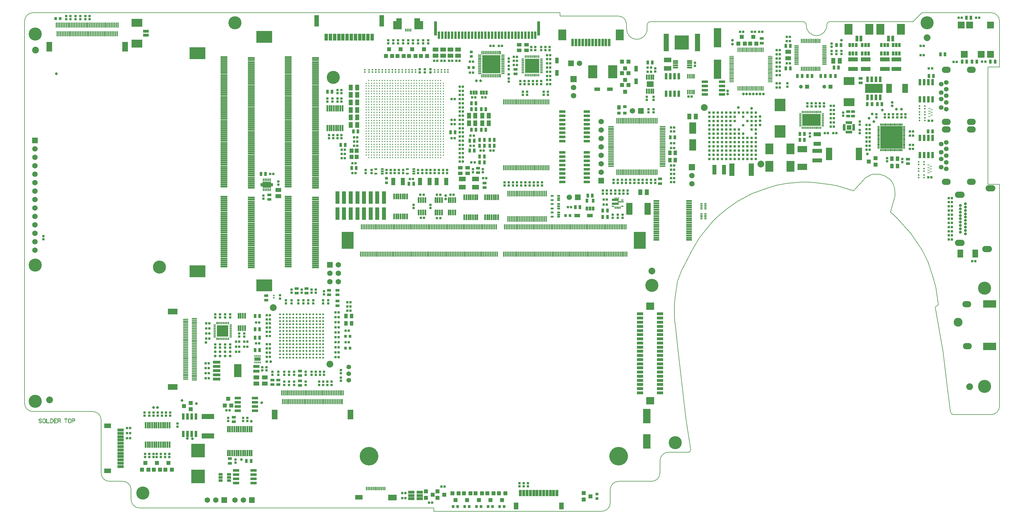
<source format=gbr>
*
G04 Job   : D:\PD-Master\Mas\Mas100n1 ACB_0001_0\Mas100n1 PPC_PORTABILE R_0.pcb*
G04 User  : SHINA:Administrator*
G04 Layer : I-SoldermaskTop.gbr*
G04 Date  : Thu Feb 04 15:45:01 2021*
G04 RSM MASTER DESIGN srl*
%ICAS*%
%MOMM*%
%FSLAX24Y24*%
%OFA0.0000B0.0000*%
G90*
G74*
%AMVB_RECTANGLE*
21,1,$1,$2,0,0,$3*
%
%AMVB_FINGER0*
$3=$1/2*
$4=$2/2*
$5=0-$4*
1,1,$2,$3-$4,0*
21,1,$1-$4,$2,$5/2,0,0*
%
%AMVB_FINGER90*
$3=$1/2*
$4=$2/2*
$5=0-$4*
1,1,$2,0,$3-$4*
21,1,$2,$1-$4,0,$5/2,0*
%
%AMVB_FINGER180*
$3=$1/2*
$4=$2/2*
1,1,$2,$4-$3,0*
21,1,$1-$4,$2,$4/2,0,0*
%
%AMVB_FINGER270*
$3=$1/2*
$4=$2/2*
1,1,$2,0,$4-$3*
21,1,$2,$1-$4,0,$4/2,0*
%
%AMVB_RCRECTANGLE*
$3=$3X2*
21,1,$1-$3,$2,0,0,0*
21,1,$1,$2-$3,0,0,0*
$1=$1/2*
$2=$2/2*
$3=$3/2*
$1=$1-$3*
$2=$2-$3*
1,1,$3X2,0-$1,0-$2*
1,1,$3X2,0-$1,$2*
1,1,$3X2,$1,$2*
1,1,$3X2,$1,0-$2*
%
%ADD10C,0.15000*%
%ADD59C,0.35000*%
%ADD144C,0.55000*%
%ADD31C,0.66040*%
%ADD25C,0.81280*%
%ADD103C,0.88900*%
%ADD109C,1.14300*%
%ADD57C,1.39700*%
%ADD87C,1.65100*%
%ADD11C,2.03200*%
%ADD126C,2.66700*%
%ADD37C,3.93700*%
%ADD100C,5.58800*%
%ADD111O,0.95000X0.35000*%
%ADD112O,0.35000X0.95000*%
%ADD76O,2.66700X1.90500*%
%ADD104O,2.92100X1.90500*%
%ADD41VB_RECTANGLE,0.67000X0.67000X0.00000*%
%ADD110VB_RECTANGLE,1.14300X1.14300X0.00000*%
%ADD138VB_RECTANGLE,1.35000X1.35000X90.00000*%
%ADD86VB_RECTANGLE,1.65100X1.65100X90.00000*%
%ADD120VB_RECTANGLE,1.90500X1.90500X0.00000*%
%ADD105VB_RECTANGLE,2.10000X2.10000X270.00000*%
%ADD133VB_RECTANGLE,3.30000X3.30000X270.00000*%
%ADD28VB_RECTANGLE,4.10000X4.10000X180.00000*%
%ADD50VB_RECTANGLE,4.19100X4.19100X0.00000*%
%ADD15VB_RECTANGLE,0.55000X0.30000X90.00000*%
%ADD30VB_RECTANGLE,0.65000X0.30000X180.00000*%
%ADD73VB_RECTANGLE,0.65000X0.30000X270.00000*%
%ADD13VB_RECTANGLE,0.73660X0.68580X180.00000*%
%ADD12VB_RECTANGLE,0.73660X0.68580X270.00000*%
%ADD143VB_RECTANGLE,0.75000X0.25000X0.00000*%
%ADD38VB_RECTANGLE,0.80000X0.38000X90.00000*%
%ADD82VB_RECTANGLE,0.81280X0.35560X270.00000*%
%ADD80VB_RECTANGLE,0.88900X0.53340X180.00000*%
%ADD56VB_RECTANGLE,0.88900X0.76200X0.00000*%
%ADD65VB_RECTANGLE,0.88900X0.76200X90.00000*%
%ADD44VB_RECTANGLE,0.88900X1.01600X270.00000*%
%ADD79VB_RECTANGLE,1.10000X0.40000X90.00000*%
%ADD81VB_RECTANGLE,1.10000X1.35000X180.00000*%
%ADD26VB_RECTANGLE,1.10000X1.35000X270.00000*%
%ADD32VB_RECTANGLE,1.14300X0.76200X180.00000*%
%ADD34VB_RECTANGLE,1.14300X0.76200X270.00000*%
%ADD67VB_RECTANGLE,1.14300X1.14300X0.00000*%
%ADD58VB_RECTANGLE,1.14300X1.14300X270.00000*%
%ADD64VB_RECTANGLE,1.20000X0.70000X270.00000*%
%ADD70VB_RECTANGLE,1.27000X0.38100X0.00000*%
%ADD71VB_RECTANGLE,1.27000X0.38100X270.00000*%
%ADD43VB_RECTANGLE,1.27000X1.01600X270.00000*%
%ADD27VB_RECTANGLE,1.27000X1.14300X90.00000*%
%ADD24VB_RECTANGLE,1.32080X0.25400X180.00000*%
%ADD23VB_RECTANGLE,1.32080X0.25400X90.00000*%
%ADD123VB_RECTANGLE,1.32080X0.33020X90.00000*%
%ADD40VB_RECTANGLE,1.50000X0.45000X90.00000*%
%ADD124VB_RECTANGLE,1.50000X0.50000X0.00000*%
%ADD68VB_RECTANGLE,1.57480X0.33020X90.00000*%
%ADD94VB_RECTANGLE,1.60000X0.40000X0.00000*%
%ADD92VB_RECTANGLE,1.60000X0.40000X90.00000*%
%ADD127VB_RECTANGLE,1.65100X0.38100X180.00000*%
%ADD62VB_RECTANGLE,1.65100X0.38100X90.00000*%
%ADD17VB_RECTANGLE,1.65100X0.50800X0.00000*%
%ADD102VB_RECTANGLE,1.65100X0.50800X90.00000*%
%ADD21VB_RECTANGLE,1.65100X0.76200X270.00000*%
%ADD107VB_RECTANGLE,1.65100X0.88900X0.00000*%
%ADD108VB_RECTANGLE,1.65100X0.88900X270.00000*%
%ADD106VB_RECTANGLE,1.65100X1.06680X0.00000*%
%ADD61VB_RECTANGLE,1.65100X1.06680X90.00000*%
%ADD47VB_RECTANGLE,1.65100X1.14300X0.00000*%
%ADD33VB_RECTANGLE,1.65100X1.14300X270.00000*%
%ADD84VB_RECTANGLE,1.80000X0.80000X0.00000*%
%ADD98VB_RECTANGLE,1.80000X0.80000X90.00000*%
%ADD122VB_RECTANGLE,1.80000X0.90000X0.00000*%
%ADD35VB_RECTANGLE,1.90000X0.30000X180.00000*%
%ADD96VB_RECTANGLE,1.90000X0.90000X0.00000*%
%ADD16VB_RECTANGLE,1.90000X1.10000X0.00000*%
%ADD42VB_RECTANGLE,1.90500X0.50800X270.00000*%
%ADD22VB_RECTANGLE,1.90500X0.76200X0.00000*%
%ADD90VB_RECTANGLE,1.90500X0.76200X270.00000*%
%ADD85VB_RECTANGLE,2.00000X1.40000X0.00000*%
%ADD99VB_RECTANGLE,2.00000X1.40000X90.00000*%
%ADD39VB_RECTANGLE,2.05000X1.65000X0.00000*%
%ADD49VB_RECTANGLE,2.10000X0.45000X180.00000*%
%ADD36VB_RECTANGLE,2.10000X0.60000X180.00000*%
%ADD118VB_RECTANGLE,2.10000X1.05000X270.00000*%
%ADD69VB_RECTANGLE,2.15000X0.75000X270.00000*%
%ADD77VB_RECTANGLE,2.15000X1.35000X0.00000*%
%ADD89VB_RECTANGLE,2.15900X0.76200X270.00000*%
%ADD145VB_RECTANGLE,2.15900X0.88900X0.00000*%
%ADD75VB_RECTANGLE,2.15900X1.14300X180.00000*%
%ADD46VB_RECTANGLE,2.15900X1.14300X270.00000*%
%ADD63VB_RECTANGLE,2.20000X1.30000X0.00000*%
%ADD97VB_RECTANGLE,2.40000X2.20000X0.00000*%
%ADD45VB_RECTANGLE,2.41300X1.65100X270.00000*%
%ADD78VB_RECTANGLE,2.50000X1.70000X0.00000*%
%ADD88VB_RECTANGLE,2.66700X1.65100X90.00000*%
%ADD93VB_RECTANGLE,2.90000X1.70000X0.00000*%
%ADD91VB_RECTANGLE,2.90000X1.70000X90.00000*%
%ADD18VB_RECTANGLE,2.92100X1.14300X180.00000*%
%ADD128VB_RECTANGLE,2.92100X1.14300X270.00000*%
%ADD53VB_RECTANGLE,2.92100X1.90500X0.00000*%
%ADD95VB_RECTANGLE,3.17500X2.41300X180.00000*%
%ADD54VB_RECTANGLE,3.17500X2.41300X90.00000*%
%ADD60VB_RECTANGLE,3.35280X2.03200X270.00000*%
%ADD119VB_RECTANGLE,3.45000X1.40000X270.00000*%
%ADD19VB_RECTANGLE,3.55600X1.90500X90.00000*%
%ADD66VB_RECTANGLE,3.68300X1.14300X90.00000*%
%ADD55VB_RECTANGLE,3.68300X1.52400X0.00000*%
%ADD121VB_RECTANGLE,3.68300X1.52400X90.00000*%
%ADD113VB_RECTANGLE,3.70000X1.90000X90.00000*%
%ADD14VB_RECTANGLE,3.80000X3.20000X270.00000*%
%ADD125VB_RECTANGLE,3.93700X2.15900X180.00000*%
%ADD146VB_RECTANGLE,3.93700X2.15900X270.00000*%
%ADD29VB_RECTANGLE,3.93700X2.66700X270.00000*%
%ADD74VB_RECTANGLE,4.30000X0.80000X270.00000*%
%ADD52VB_RECTANGLE,4.31800X2.15900X270.00000*%
%ADD48VB_RECTANGLE,4.70000X3.60000X180.00000*%
%ADD101VB_RECTANGLE,5.10000X3.60000X90.00000*%
%ADD20VB_RECTANGLE,5.20700X2.66700X0.00000*%
%ADD51VB_RECTANGLE,5.30000X1.60000X90.00000*%
%ADD83VB_RECTANGLE,5.70000X2.20000X270.00000*%
%ADD139VB_FINGER0,0.70000X0.35000*%
%ADD140VB_FINGER90,0.70000X0.35000*%
%ADD141VB_FINGER180,0.70000X0.35000*%
%ADD142VB_FINGER270,0.70000X0.35000*%
%ADD130VB_FINGER0,0.70000X0.38000*%
%ADD131VB_FINGER90,0.70000X0.38000*%
%ADD132VB_FINGER180,0.70000X0.38000*%
%ADD129VB_FINGER270,0.70000X0.38000*%
%ADD137VB_FINGER0,0.88900X0.43180*%
%ADD135VB_FINGER90,0.88900X0.43180*%
%ADD134VB_FINGER180,0.88900X0.43180*%
%ADD136VB_FINGER270,0.88900X0.43180*%
%ADD114VB_FINGER0,1.02870X0.41910*%
%ADD116VB_FINGER90,1.02870X0.41910*%
%ADD115VB_FINGER180,1.02870X0.41910*%
%ADD117VB_FINGER270,1.02870X0.41910*%
%ADD72VB_RCRECTANGLE,0.45000X0.45000X0.13000*%
G01*
G36*
X578250Y525750D02*
X611750D01*
Y559250*
X578250*
Y525750*
X746200Y977800D02*
X740200D01*
Y973600*
X714800*
Y977800*
X708800*
Y987200*
X714800*
Y991400*
X740200*
Y987200*
X746200*
Y977800*
X1133500Y1483500D02*
X1117000D01*
Y1474500*
X1107500*
Y1450500*
X1133500*
Y1483500*
X1171500D02*
X1188000D01*
Y1474500*
X1197500*
Y1450500*
X1171500*
Y1483500*
X1368000Y1312500D02*
X1370000Y1310500D01*
Y1312500*
X1368000*
X1375250Y1317750D02*
X1429750D01*
Y1372250*
X1375250*
Y1317750*
X1508250Y1323250D02*
X1541750D01*
Y1356750*
X1508250*
Y1323250*
X1773400Y938800D02*
X1776100D01*
Y944500*
X1773400*
Y938800*
X1778400D02*
X1781100D01*
Y944500*
X1778400*
Y938800*
X1783400D02*
X1786100D01*
Y944500*
X1783400*
Y938800*
X2337500Y1160000D02*
X2392500D01*
Y1195000*
X2337500*
Y1160000*
X2571500Y1091500D02*
X2638500D01*
Y1158500*
X2571500*
Y1091500*
G37*
G54D10*
X44302Y267105D02*
X44326Y267081D01*
X44350Y267057*
X44374Y267045*
X46486Y266073*
X46510Y266061*
X46570*
X48154*
X48190*
X48214*
X48238*
X48250Y266073*
X48274*
X50386Y267045*
X50458Y267105*
X51586Y268101*
X51610Y268125*
X51622Y268149*
X51634Y268173*
X51646Y268197*
Y268233*
X51658Y268245*
Y268269*
Y269997*
X51646Y270045*
X51622Y270105*
X51610Y270153*
X51574Y270213*
X49942Y271437*
X49858Y271461*
X45058Y273093*
X43582Y274245*
Y275745*
X44614Y276945*
X46582Y277569*
X48178*
X50158Y276957*
X51250Y275685*
X51286Y275649*
X51322Y275625*
X51358Y275613*
X51406*
X51490Y275637*
X51562Y275697*
X51622Y275769*
X51658Y275853*
Y275937*
X51610Y276009*
X50482Y277329*
X50434Y277365*
X50374Y277377*
X50362*
Y277401*
X48274Y278025*
X48238Y278049*
X48202Y278061*
X46570*
X46522Y278049*
X46486Y278025*
X44410Y277389*
X44398Y277377*
X44350Y277365*
X44290Y277317*
X43162Y275997*
X43114Y275949*
X43102Y275913*
X43090Y275853*
Y274113*
X43102Y274041*
X43126Y273981*
X43150Y273945*
X43174Y273921*
X43198Y273909*
X44806Y272673*
X44830Y272661*
X44878*
X49666Y271029*
X51178Y269865*
Y268365*
X50182Y267501*
X48130Y266553*
X46630*
X44578Y267501*
X43498Y268461*
X43414Y268497*
X43330*
X43246Y268461*
X43186Y268401*
X43138Y268329*
X43102Y268245*
Y268209*
X43114Y268173*
X43138Y268125*
X43174Y268101*
X44290Y267105*
X44302*
X54922Y268833D02*
Y275289D01*
X55162Y276441*
X55642Y277017*
X56806Y277437*
X57934Y277569*
X59482*
X59506*
X60634Y277437*
X61786Y277017*
X62266Y276441*
X62518Y275289*
Y268833*
X62278Y267705*
X61810Y267273*
X60586Y266673*
X59506Y266553*
X57958*
X57934*
X56842Y266673*
X55630Y267273*
X55162Y267705*
X54922Y268833*
X62038Y266829D02*
X62110Y266889D01*
X62674Y267417*
X62686Y267453*
X62746Y267537*
X62998Y268737*
Y268821*
Y275289*
Y275385*
X62746Y276585*
X62722Y276609*
X62710Y276633*
X62698Y276645*
X62674Y276693*
X62110Y277389*
X62086*
X62074Y277413*
Y277425*
X62038Y277449*
X62002Y277461*
X60754Y277869*
X60718Y277893*
X60682Y277905*
X59554Y278061*
X59542*
X57922*
X57874*
X57862*
X56746Y277905*
X56710Y277893*
X56674Y277869*
X55438Y277461*
X55390Y277437*
X55378Y277425*
X55342Y277389*
X54754Y276693*
X54730Y276657*
X54718*
X54694Y276621*
X54682Y276585*
X54430Y275385*
X54418Y275337*
X54430Y275289*
Y268821*
X54418Y268785*
X54430Y268737*
X54682Y267537*
X54694Y267477*
X54742Y267453*
Y267441*
X54778Y267417*
X55342Y266889*
X55354*
X55426Y266829*
X56674Y266229*
X56698Y266217*
X56722*
X56746*
X57862Y266061*
X57910*
X57922*
X59506*
X59542*
X59554*
X60682Y266217*
X60706*
X60730Y266229*
X60754*
X62038Y266829*
X66262Y277821D02*
X66238Y277905D01*
X66190Y277977*
X66106Y278013*
X66010Y278025*
X65926Y278013*
X65842Y277977*
X65794Y277905*
X65770Y277821*
Y266301*
X65794Y266205*
X65854Y266145*
X65914Y266085*
X66010Y266061*
X74098*
X74194Y266085*
X74254Y266133*
X74290Y266217*
X74302Y266301*
X74290Y266397*
X74254Y266481*
X74194Y266529*
X74098Y266553*
X66262*
Y277821*
X84130Y275457D02*
X84838Y274425D01*
X85186Y272133*
X84838Y269661*
X84118Y268065*
X83122Y267021*
X82150Y266553*
X77602*
Y277569*
X82126*
X83086Y276861*
X84106Y275469*
X84130Y275457*
X85342Y274569D02*
X85330Y274593D01*
X85318Y274617*
X85294Y274653*
Y274665*
X84538Y275709*
X84514Y275745*
X83470Y277185*
X83446Y277209*
X83422Y277221*
Y277245*
X82354Y278013*
X82294Y278037*
X82258Y278049*
X82222Y278061*
X77350*
X77266Y278037*
X77194Y277977*
X77134Y277917*
X77110Y277821*
Y266301*
X77134Y266205*
X77194Y266145*
X77266Y266085*
X77350Y266061*
X82222*
X82306Y266073*
X83350Y266577*
X83422Y266625*
X83434Y266649*
X84502Y267777*
X84526Y267801*
X84550Y267861*
X85318Y269493*
X85330Y269517*
X85342Y269541*
Y269553*
X85690Y272097*
Y272169*
X85342Y274569*
X88690Y278061D02*
X88594Y278037D01*
X88534Y277977*
X88474Y277905*
X88450Y277821*
Y266301*
X88474Y266205*
X88534Y266145*
X88594Y266085*
X88690Y266061*
X96778*
X96874Y266085*
X96934Y266133*
X96970Y266217*
X96982Y266301*
X96970Y266397*
X96934Y266481*
X96874Y266529*
X96778Y266553*
X88942*
Y271821*
X94378*
X94474Y271845*
X94534Y271893*
X94570Y271977*
X94582Y272061*
X94570Y272145*
X94534Y272217*
X94474Y272277*
X94378Y272301*
X88942*
Y277569*
X96778*
X96874Y277593*
X96934Y277641*
X96970Y277725*
X96982Y277809*
X96970Y277905*
X96934Y277989*
X96874Y278037*
X96778Y278061*
X88690*
X100282Y277569D02*
X106030D01*
X107050Y276813*
X107878Y275685*
Y274209*
X107026Y273033*
X106030Y272301*
X100282*
Y277569*
X107434Y277137D02*
X107398Y277161D01*
X107374Y277173*
Y277185*
X106246Y278013*
X106186Y278037*
X106150Y278049*
X106090Y278061*
X100030*
X99934Y278037*
X99874Y277977*
X99814Y277917*
X99790Y277821*
Y266301*
X99814Y266205*
X99862Y266145*
X99946Y266109*
X100030Y266097*
X100126Y266109*
X100210Y266145*
X100258Y266205*
X100282Y266301*
Y271821*
X105922*
X107890Y266229*
X107938Y266145*
X108022Y266097*
X108118Y266085*
X108202Y266109*
X108274Y266157*
X108334Y266217*
X108358Y266289*
X108346Y266385*
X106390Y271953*
X107374Y272673*
X107410Y272709*
X107446Y272781*
X108322Y273969*
Y273993*
X108334Y274005*
X108346Y274017*
Y274053*
X108358Y274077*
Y274113*
Y275769*
X108346Y275817*
Y275841*
X108334Y275865*
X108322Y275877*
Y275901*
X107434Y277137*
X119950Y278061D02*
X119854Y278037D01*
X119794Y277989*
X119758Y277905*
X119746Y277809*
X119758Y277725*
X119794Y277641*
X119854Y277593*
X119950Y277569*
X123754*
Y266301*
X123778Y266217*
X123826Y266145*
X123910Y266109*
X123994Y266097*
X124078Y266109*
X124162Y266145*
X124210Y266217*
X124234Y266301*
Y277569*
X128038*
X128134Y277593*
X128194Y277641*
X128230Y277725*
X128242Y277809*
X128230Y277905*
X128194Y277989*
X128134Y278037*
X128038Y278061*
X119950*
X131542Y268833D02*
Y275289D01*
X131782Y276441*
X132262Y277017*
X133426Y277437*
X134554Y277569*
X136102*
X136126*
X137254Y277437*
X138406Y277017*
X138886Y276441*
X139138Y275289*
Y268833*
X138898Y267705*
X138430Y267273*
X137206Y266673*
X136126Y266553*
X134578*
X134554*
X133462Y266673*
X132250Y267273*
X131782Y267705*
X131542Y268833*
X138658Y266829D02*
X138730Y266889D01*
X139294Y267417*
X139306Y267453*
X139366Y267537*
X139618Y268737*
Y268821*
Y275289*
Y275385*
X139366Y276585*
X139342Y276609*
X139330Y276633*
X139318Y276645*
X139294Y276693*
X138730Y277389*
X138706*
X138694Y277413*
Y277425*
X138658Y277449*
X138622Y277461*
X137374Y277869*
X137338Y277893*
X137302Y277905*
X136174Y278061*
X136162*
X134542*
X134494*
X134482*
X133366Y277905*
X133330Y277893*
X133294Y277869*
X132058Y277461*
X132010Y277437*
X131998Y277425*
X131962Y277389*
X131374Y276693*
X131350Y276657*
X131338*
X131314Y276621*
X131302Y276585*
X131050Y275385*
X131038Y275337*
X131050Y275289*
Y268821*
X131038Y268785*
X131050Y268737*
X131302Y267537*
X131314Y267477*
X131362Y267453*
Y267441*
X131398Y267417*
X131962Y266889*
X131974*
X132046Y266829*
X133294Y266229*
X133318Y266217*
X133342*
X133366*
X134482Y266061*
X134530*
X134542*
X136126*
X136162*
X136174*
X137302Y266217*
X137326*
X137350Y266229*
X137374*
X138658Y266829*
X142882Y277569D02*
X148630D01*
X149650Y276813*
X150478Y275685*
Y274209*
X149626Y273033*
X148630Y272301*
X142882*
Y277569*
X150034Y277137D02*
X149998Y277161D01*
X149974Y277173*
Y277185*
X148846Y278013*
X148786Y278037*
X148750Y278049*
X148690Y278061*
X142630*
X142534Y278037*
X142474Y277977*
X142414Y277917*
X142390Y277821*
Y266301*
X142414Y266217*
X142462Y266145*
X142546Y266109*
X142630Y266097*
X142726Y266109*
X142810Y266145*
X142858Y266217*
X142882Y266301*
Y271821*
X148690*
X148762*
X148798Y271833*
X148846Y271857*
X149974Y272673*
X150010Y272709*
X150046Y272781*
X150922Y273969*
Y273993*
X150934Y274005*
X150946Y274017*
Y274053*
X150958Y274077*
Y274113*
Y275769*
X150946Y275817*
Y275841*
X150934Y275865*
X150922Y275877*
Y275901*
X150034Y277137*
X2930000Y1337000D02*
X2895000D01*
Y984000*
X2930000*
Y316000*
G02X2905000Y291000I25000*
G01X2792719*
G02X2782812Y299638J10000*
G01X2773000Y371000*
X2761000Y478000*
X2737000Y614000*
X2746000Y622000*
X2739000Y674000*
X2731000Y702000*
X2715000Y751000*
X2697000Y786000*
X2663000Y836000*
X2623000Y881000*
X2610000Y894000*
X2602000Y900000*
X2609000Y924000*
X2615000Y945000*
X2616000Y950000*
Y956000*
X2615000Y969000*
X2614000Y974000*
X2611000Y983000*
X2608000Y989000*
X2601000Y998000*
X2588000Y1007000*
X2583000Y1010000*
X2569000Y1014000*
X2550000*
X2544000Y1012000*
X2528000Y1004000*
X2491000Y964000*
X2441000Y979000*
X2423000Y983000*
X2375000Y989000*
X2354000Y990000*
X2332000*
X2289000Y986000*
X2261000Y981000*
X2233000Y973000*
X2184000Y955000*
X2142000Y932000*
X2112000Y911000*
X2090000Y893000*
X2080000Y884000*
X2066000Y870000*
X2044000Y843000*
X2027000Y822000*
X2007000Y787000*
X1975000Y725000*
X1962000Y692000*
X1955000Y647000*
X1953000Y623000*
Y591000*
X1954000Y571000*
X1955000Y563000*
X1963000Y491000*
X1982000Y329000*
X1987000Y285000*
X1990000Y261000*
X2001575Y185994*
G02X2001663Y184850I7412J1144*
X1996833Y177841I7500*
G01X1934619Y177597*
G03X1909719Y152883I98J25000*
G01X1909282Y114714*
G02X1884284Y90000I24998J286*
G01X1785000*
G03X1760000Y65000J25000*
G01Y25000*
G02X1735000Y0I25000*
G01X1230000*
Y10000*
X345000*
G02X320000Y35000J25000*
G01Y65000*
G03X295000Y90000I25000*
G01X255000*
G02X230000Y115000J25000*
G01Y275000*
G03X205000Y300000I25000*
G01X25000*
G02X0Y325000J25000*
G01Y1475000*
G02X25000Y1500000I25000*
G01X1609000*
Y1490000*
X1784000*
G02X1809000Y1465000J25000*
G01Y1451000*
G03X1840000Y1420000I31000*
X1871000Y1451000J31000*
G01Y1463000*
G02X1881000Y1473000I10000*
G01X2339000*
G02X2349000Y1463000J10000*
G01Y1462000*
G03X2380000Y1431000I31000*
X2411000Y1462000J31000*
G01Y1463000*
G02X2421000Y1473000I10000*
G01X2670000*
X2697500Y1500000*
X2905000*
G02X2930000Y1475000J25000*
G01Y1337000*
G54D11*
X32500Y1387500D03*
X75000Y335000D03*
X747500Y612500D03*
X917500Y442500D03*
X1885000Y722500D03*
X2042500Y1215000D03*
X2212500Y1045000D03*
X2712500Y1425000D03*
X2840000Y375000D03*
G54D12*
X307801Y220000D03*
Y235000D03*
Y250000D03*
X317199Y220000D03*
Y235000D03*
Y250000D03*
X544301Y400500D03*
Y415500D03*
Y430500D03*
Y445500D03*
X545301Y520000D03*
Y535000D03*
Y550000D03*
Y565000D03*
X553699Y400500D03*
Y415500D03*
Y430500D03*
Y445500D03*
X554699Y520000D03*
Y535000D03*
Y550000D03*
Y565000D03*
X606801Y303500D03*
X616199D03*
X635301Y480000D03*
Y495000D03*
Y510000D03*
X644699Y480000D03*
Y495000D03*
Y510000D03*
X660301Y495000D03*
Y510000D03*
X669699Y495000D03*
Y510000D03*
X695301Y505000D03*
Y567500D03*
X704699Y505000D03*
Y567500D03*
X727801Y465000D03*
Y477500D03*
Y490000D03*
Y502500D03*
Y527500D03*
Y540000D03*
Y552500D03*
Y565000D03*
Y577500D03*
Y590000D03*
X737199Y465000D03*
Y477500D03*
Y490000D03*
Y502500D03*
Y527500D03*
Y540000D03*
Y552500D03*
Y565000D03*
Y577500D03*
Y590000D03*
X737801Y1015000D03*
X747199D03*
X934631Y463590D03*
Y478590D03*
Y493590D03*
Y508590D03*
Y523590D03*
Y538590D03*
Y553590D03*
Y568590D03*
Y583590D03*
Y598590D03*
X944029Y463590D03*
Y478590D03*
Y493590D03*
Y508590D03*
Y523590D03*
Y538590D03*
Y553590D03*
Y568590D03*
Y583590D03*
Y598590D03*
X952801Y1062500D03*
Y1075000D03*
Y1087500D03*
X962199Y1062500D03*
Y1075000D03*
Y1087500D03*
X964631Y508590D03*
Y543590D03*
X969631Y603590D03*
Y616090D03*
Y628590D03*
X974029Y508590D03*
Y543590D03*
X979029Y603590D03*
Y616090D03*
Y628590D03*
X985301Y1017500D03*
Y1047500D03*
X990301Y1100000D03*
Y1112500D03*
Y1125000D03*
X994699Y1017500D03*
Y1047500D03*
X999699Y1100000D03*
Y1112500D03*
Y1125000D03*
X1135301Y40000D03*
Y55000D03*
X1144699Y40000D03*
Y55000D03*
X1157801Y1000000D03*
X1167199D03*
X1189551Y952250D03*
X1191051Y882750D03*
X1198949Y952250D03*
X1200449Y882750D03*
X1215301Y26000D03*
X1224699D03*
X1230301Y1355000D03*
X1239551Y882250D03*
Y952250D03*
X1239699Y1355000D03*
X1248949Y882250D03*
Y952250D03*
X1252801Y74000D03*
Y1355000D03*
X1262199Y74000D03*
Y1355000D03*
X1275301D03*
X1279551Y952250D03*
X1282801Y1122500D03*
Y1165000D03*
Y1177500D03*
Y1240000D03*
X1284699Y1355000D03*
X1288949Y952250D03*
X1292199Y1122500D03*
Y1165000D03*
Y1177500D03*
Y1240000D03*
X1297801Y1355000D03*
X1307199D03*
X1307801Y1052500D03*
Y1065000D03*
Y1077500D03*
Y1090000D03*
Y1102500D03*
Y1115000D03*
Y1127500D03*
Y1140000D03*
Y1152500D03*
Y1165000D03*
Y1177500D03*
Y1190000D03*
Y1202500D03*
Y1215000D03*
Y1227500D03*
Y1240000D03*
Y1252500D03*
Y1265000D03*
Y1277500D03*
X1317199Y1052500D03*
Y1065000D03*
Y1077500D03*
Y1090000D03*
Y1102500D03*
Y1115000D03*
Y1127500D03*
Y1140000D03*
Y1152500D03*
Y1165000D03*
Y1177500D03*
Y1190000D03*
Y1202500D03*
Y1215000D03*
Y1227500D03*
Y1240000D03*
Y1252500D03*
Y1265000D03*
Y1277500D03*
X1337801Y1320000D03*
Y1352500D03*
X1340301Y1100000D03*
Y1130000D03*
X1342801Y1050000D03*
X1345301Y1245000D03*
X1347199Y1320000D03*
Y1352500D03*
X1349699Y1100000D03*
Y1130000D03*
X1352199Y1050000D03*
X1354699Y1245000D03*
X1370301Y1085000D03*
X1375301Y1245000D03*
X1377801Y1002500D03*
X1379699Y1085000D03*
X1384699Y1245000D03*
X1387199Y1002500D03*
X1400301Y1085000D03*
Y1400000D03*
X1409699Y1085000D03*
Y1400000D03*
X1425301D03*
X1434699D03*
X1470301Y1342500D03*
Y1355000D03*
Y1367500D03*
X1479699Y1342500D03*
Y1355000D03*
Y1367500D03*
X1570301Y1285000D03*
Y1297500D03*
Y1310000D03*
Y1322500D03*
Y1335000D03*
Y1347500D03*
Y1360000D03*
Y1372500D03*
X1579699Y1285000D03*
Y1297500D03*
Y1310000D03*
Y1322500D03*
Y1335000D03*
Y1347500D03*
Y1360000D03*
Y1372500D03*
X1632801Y915000D03*
X1642199D03*
X1740301Y922500D03*
Y937500D03*
X1749699Y922500D03*
Y937500D03*
X1872801Y1322500D03*
Y1335000D03*
X1882199Y1322500D03*
Y1335000D03*
X1942801Y990000D03*
Y1002500D03*
Y1015000D03*
Y1027500D03*
Y1040000D03*
Y1092500D03*
Y1107500D03*
Y1142500D03*
Y1155000D03*
X1952199Y990000D03*
Y1002500D03*
Y1015000D03*
Y1027500D03*
Y1040000D03*
Y1092500D03*
Y1107500D03*
Y1142500D03*
Y1155000D03*
X1995301Y1247500D03*
X2004699D03*
X2150301Y1442500D03*
X2159699D03*
X2185301D03*
X2194699D03*
X2207801D03*
X2217199D03*
X2260301Y1275000D03*
Y1287500D03*
Y1312500D03*
Y1325000D03*
Y1337500D03*
Y1350000D03*
Y1362500D03*
Y1375000D03*
Y1387500D03*
X2269699Y1275000D03*
Y1287500D03*
Y1312500D03*
Y1325000D03*
Y1337500D03*
Y1350000D03*
Y1362500D03*
Y1375000D03*
Y1387500D03*
X2290301Y1347500D03*
Y1415000D03*
Y1427500D03*
X2299699Y1347500D03*
Y1415000D03*
Y1427500D03*
X2405301Y1137500D03*
X2414699D03*
X2422801Y1157500D03*
Y1170000D03*
Y1182500D03*
Y1195000D03*
Y1207500D03*
Y1220000D03*
X2430301Y1137500D03*
X2432199Y1157500D03*
Y1170000D03*
Y1182500D03*
Y1195000D03*
Y1207500D03*
Y1220000D03*
X2439699Y1137500D03*
X2530301Y1087500D03*
Y1100000D03*
Y1112500D03*
Y1125000D03*
Y1137500D03*
Y1150000D03*
Y1162500D03*
X2539699Y1087500D03*
Y1100000D03*
Y1112500D03*
Y1125000D03*
Y1137500D03*
Y1150000D03*
Y1162500D03*
X2660301Y1090000D03*
Y1102500D03*
Y1130000D03*
Y1142500D03*
X2669699Y1090000D03*
Y1102500D03*
Y1130000D03*
Y1142500D03*
X2692801Y1372500D03*
Y1400000D03*
X2702199Y1372500D03*
Y1400000D03*
X2715301Y1005000D03*
X2717801Y1175000D03*
Y1332500D03*
X2724699Y1005000D03*
X2727199Y1175000D03*
Y1332500D03*
X2777801Y817500D03*
Y830000D03*
Y842500D03*
Y855000D03*
Y867500D03*
Y880000D03*
Y892500D03*
Y905000D03*
Y917500D03*
Y930000D03*
Y942500D03*
X2787199Y817500D03*
Y830000D03*
Y842500D03*
Y855000D03*
Y867500D03*
Y880000D03*
Y892500D03*
Y905000D03*
Y917500D03*
Y930000D03*
Y942500D03*
X2791801Y1352000D03*
X2801199D03*
X2806801Y1484500D03*
X2816199D03*
X2847801Y752500D03*
X2857199D03*
X2859301Y1484500D03*
X2868699D03*
X2877801Y1352500D03*
X2887199D03*
G54D13*
X56000Y818301D03*
Y827699D03*
X125000Y1480301D03*
Y1489699D03*
X137500Y1480301D03*
Y1489699D03*
X152500Y1480301D03*
Y1489699D03*
X167500Y1480301D03*
Y1489699D03*
X182500Y1480301D03*
Y1489699D03*
X195000Y1480301D03*
Y1489699D03*
X360000Y287801D03*
Y297199D03*
X362000Y162801D03*
Y172199D03*
X374500Y162801D03*
Y172199D03*
X375000Y287801D03*
Y297199D03*
X387000Y162801D03*
Y172199D03*
X387500Y287801D03*
Y297199D03*
X397000Y162801D03*
Y172199D03*
X400000Y287801D03*
Y297199D03*
X409500Y162801D03*
Y172199D03*
X412500Y287801D03*
Y297199D03*
X422000Y162801D03*
Y172199D03*
X425000Y287801D03*
Y297199D03*
X434500Y162801D03*
Y172199D03*
X437500Y287801D03*
Y297199D03*
X459000Y254301D03*
Y263699D03*
X572500Y492801D03*
Y502199D03*
Y582801D03*
Y592199D03*
X587500Y492801D03*
Y502199D03*
Y582801D03*
Y592199D03*
X602500Y492801D03*
Y502199D03*
Y582801D03*
Y592199D03*
X611500Y271301D03*
Y280699D03*
X617500Y492801D03*
Y502199D03*
Y582801D03*
Y592199D03*
X634000Y146301D03*
Y155699D03*
X645000Y525301D03*
Y534699D03*
X656500Y271301D03*
Y280699D03*
X660000Y525301D03*
Y534699D03*
X669000Y271301D03*
Y280699D03*
X714330Y423891D03*
Y433289D03*
X717500Y940301D03*
Y949699D03*
X726830Y423891D03*
Y433289D03*
X745000Y410301D03*
Y419699D03*
X762500Y410301D03*
Y419699D03*
Y982801D03*
Y992199D03*
X767500Y640301D03*
Y649699D03*
X780000Y380301D03*
Y389699D03*
Y410301D03*
Y419699D03*
X785000Y625301D03*
Y634699D03*
X795000Y380301D03*
Y389699D03*
Y410301D03*
Y419699D03*
X802500Y625301D03*
Y634699D03*
Y657801D03*
Y667199D03*
X810000Y380301D03*
Y389699D03*
Y410301D03*
Y419699D03*
X822500Y625301D03*
Y634699D03*
X832500Y657801D03*
Y667199D03*
X837500Y625301D03*
Y634699D03*
X845000Y380301D03*
Y389699D03*
Y410301D03*
Y419699D03*
X852500Y625301D03*
Y634699D03*
X862500Y410301D03*
Y419699D03*
Y657801D03*
Y667199D03*
X867500Y625301D03*
Y634699D03*
X875000Y410301D03*
Y419699D03*
Y657801D03*
Y667199D03*
X885000Y380301D03*
Y389699D03*
X887500Y410301D03*
Y419699D03*
X897500Y380301D03*
Y389699D03*
Y625301D03*
Y634699D03*
X900000Y410301D03*
Y419699D03*
Y652801D03*
Y662199D03*
X910000Y380301D03*
Y389699D03*
Y1232801D03*
Y1242199D03*
X912500Y625301D03*
Y634699D03*
X915000Y1122801D03*
Y1132199D03*
X922500Y380301D03*
Y389699D03*
X925000Y1232801D03*
Y1242199D03*
X927500Y1122801D03*
Y1132199D03*
X940000Y1122801D03*
Y1132199D03*
Y1232801D03*
Y1242199D03*
Y1257801D03*
Y1267199D03*
X950000Y392801D03*
Y402199D03*
Y415301D03*
Y424699D03*
X952500Y1122801D03*
Y1132199D03*
Y1232801D03*
Y1242199D03*
Y1257801D03*
Y1267199D03*
X1025000Y1017801D03*
Y1027199D03*
X1042500Y1017801D03*
Y1027199D03*
X1087500Y1017801D03*
Y1027199D03*
X1092500Y1407801D03*
Y1417199D03*
X1100000Y1017801D03*
Y1027199D03*
X1107500Y1407801D03*
Y1417199D03*
X1112500Y1017801D03*
Y1027199D03*
X1122500Y1407801D03*
Y1417199D03*
X1125000Y1017801D03*
Y1027199D03*
X1137500Y1017801D03*
Y1027199D03*
Y1407801D03*
Y1417199D03*
X1152500Y1407801D03*
Y1417199D03*
X1167500Y1407801D03*
Y1417199D03*
X1169250Y912551D03*
Y921949D03*
X1182500Y1017801D03*
Y1027199D03*
Y1407801D03*
Y1417199D03*
X1187500Y1320301D03*
Y1329699D03*
X1195000Y1017801D03*
Y1027199D03*
X1197500Y1407801D03*
Y1417199D03*
X1202500Y1320301D03*
Y1329699D03*
X1207500Y1017801D03*
Y1027199D03*
X1212500Y1407801D03*
Y1417199D03*
X1219250Y912551D03*
Y921949D03*
X1220000Y1017801D03*
Y1027199D03*
Y1320301D03*
Y1329699D03*
X1232500Y1017801D03*
Y1027199D03*
X1245000Y1017801D03*
Y1027199D03*
X1257500Y1017801D03*
Y1027199D03*
X1270000Y1017801D03*
Y1027199D03*
X1347500Y1020301D03*
Y1029699D03*
X1377500Y1020301D03*
Y1029699D03*
X1442500Y980301D03*
Y989699D03*
X1455000Y980301D03*
Y989699D03*
Y1292801D03*
Y1302199D03*
Y1330301D03*
Y1339699D03*
Y1352801D03*
Y1362199D03*
X1467500Y980301D03*
Y989699D03*
X1480000Y980301D03*
Y989699D03*
X1487500Y75301D03*
Y84699D03*
X1490000Y1285301D03*
Y1294699D03*
X1492500Y980301D03*
Y989699D03*
X1497500Y1252801D03*
Y1262199D03*
X1500000Y75301D03*
Y84699D03*
X1502500Y1285301D03*
Y1294699D03*
X1505000Y980301D03*
Y989699D03*
X1510000Y1252801D03*
Y1262199D03*
X1512500Y75301D03*
Y84699D03*
X1515000Y1285301D03*
Y1294699D03*
X1517500Y980301D03*
Y989699D03*
X1522500Y1387801D03*
Y1397199D03*
X1527500Y1285301D03*
Y1294699D03*
X1530000Y980301D03*
Y989699D03*
X1535000Y1387801D03*
Y1397199D03*
X1540000Y1285301D03*
Y1294699D03*
X1542500Y980301D03*
Y989699D03*
X1552500Y1285301D03*
Y1294699D03*
Y1387801D03*
Y1397199D03*
X1555000Y980301D03*
Y989699D03*
X1560000Y1252801D03*
Y1262199D03*
X1565000Y1387801D03*
Y1397199D03*
X1572500Y1252801D03*
Y1262199D03*
X1577500Y1387801D03*
Y1397199D03*
X1737500Y955301D03*
Y964699D03*
X1750000Y955301D03*
Y964699D03*
X1762500Y955301D03*
Y964699D03*
X1767500Y882801D03*
Y892199D03*
X1770000Y987801D03*
Y997199D03*
X1775000Y955301D03*
Y964699D03*
X1782500Y882801D03*
Y892199D03*
Y987801D03*
Y997199D03*
X1787500Y955301D03*
Y964699D03*
X1795000Y987801D03*
Y997199D03*
X1797500Y882801D03*
Y892199D03*
X1800000Y955301D03*
Y964699D03*
X1807500Y987801D03*
Y997199D03*
X1812500Y955301D03*
Y964699D03*
X1820000Y987801D03*
Y997199D03*
X1832500Y987801D03*
Y997199D03*
X1845000Y987801D03*
Y997199D03*
X1857500Y987801D03*
Y997199D03*
X1870000Y987801D03*
Y997199D03*
Y1237801D03*
Y1247199D03*
X1875000Y1200301D03*
Y1209699D03*
X1882500Y987801D03*
Y997199D03*
X1890000Y1200301D03*
Y1209699D03*
Y1237801D03*
Y1247199D03*
X1895000Y987801D03*
Y997199D03*
Y1322801D03*
Y1332199D03*
X2015000Y1340301D03*
Y1349699D03*
X2292500Y1277801D03*
Y1287199D03*
X2352500Y1217801D03*
Y1227199D03*
X2360000Y1127801D03*
Y1137199D03*
X2365000Y1217801D03*
Y1227199D03*
X2377500Y1217801D03*
Y1227199D03*
X2390000Y1217801D03*
Y1227199D03*
X2402500Y1217801D03*
Y1227199D03*
X2425000Y1375301D03*
Y1384699D03*
Y1397801D03*
Y1407199D03*
X2440000Y1375301D03*
Y1384699D03*
X2455000Y1375301D03*
Y1384699D03*
X2460000Y1190301D03*
Y1199699D03*
X2510000Y1137801D03*
Y1147199D03*
Y1162801D03*
Y1172199D03*
X2560000Y1185301D03*
Y1194699D03*
X2585000Y1185301D03*
Y1194699D03*
X2592500Y1052801D03*
Y1062199D03*
X2597500Y1185301D03*
Y1194699D03*
X2610000Y1185301D03*
Y1194699D03*
X2622500Y1185301D03*
Y1194699D03*
X2635000Y1185301D03*
Y1194699D03*
X2637500Y1050301D03*
Y1059699D03*
X2647500Y1185301D03*
Y1194699D03*
G54D14*
X2270000Y1142500D03*
Y1222500D03*
G54D15*
X692500Y448000D03*
Y467000D03*
X697500Y448000D03*
Y467000D03*
X702500Y448000D03*
Y467000D03*
X707500Y448000D03*
Y467000D03*
G54D16*
X700000Y457500D03*
G54D17*
X1898500Y816500D03*
Y823000D03*
Y829500D03*
Y836000D03*
Y842500D03*
Y849000D03*
Y855500D03*
Y862000D03*
Y868500D03*
Y875000D03*
Y881500D03*
Y888000D03*
Y894500D03*
Y901000D03*
Y907500D03*
Y914000D03*
Y920500D03*
Y927000D03*
Y933500D03*
X1996500Y816500D03*
Y823000D03*
Y829500D03*
Y836000D03*
Y842500D03*
Y849000D03*
Y855500D03*
Y862000D03*
Y868500D03*
Y875000D03*
Y881500D03*
Y888000D03*
Y894500D03*
Y901000D03*
Y907500D03*
Y914000D03*
Y920500D03*
Y927000D03*
Y933500D03*
G54D18*
X2382500Y1055522D03*
Y1084478D03*
X2490000Y1330522D03*
Y1359478D03*
X2527500Y1330522D03*
Y1359478D03*
X2585000Y1330522D03*
Y1359478D03*
X2620000Y1330522D03*
Y1359478D03*
G54D19*
X1817500Y910000D03*
X1872500D03*
G54D20*
X2552500Y1272500D03*
G54D21*
X2533450Y1245195D03*
Y1299805D03*
X2546150Y1245195D03*
Y1299805D03*
X2558850Y1245195D03*
Y1299805D03*
X2571550Y1245195D03*
Y1299805D03*
G54D22*
X635465Y84450D03*
Y97150D03*
Y109850D03*
Y122550D03*
X640465Y301950D03*
Y314650D03*
Y327350D03*
Y340050D03*
X687535Y84450D03*
Y97150D03*
Y109850D03*
Y122550D03*
X692535Y301950D03*
Y314650D03*
Y327350D03*
Y340050D03*
X1615670Y990550D03*
Y1003250D03*
Y1015950D03*
Y1028650D03*
Y1041350D03*
Y1054050D03*
Y1066750D03*
Y1079450D03*
Y1113050D03*
Y1125750D03*
Y1138450D03*
Y1151150D03*
Y1163850D03*
Y1176550D03*
Y1189250D03*
Y1201950D03*
X1689330Y990550D03*
Y1003250D03*
Y1015950D03*
Y1028650D03*
Y1041350D03*
Y1054050D03*
Y1066750D03*
Y1079450D03*
Y1113050D03*
Y1125750D03*
Y1138450D03*
Y1151150D03*
Y1163850D03*
Y1176550D03*
Y1189250D03*
Y1201950D03*
X2043965Y1253450D03*
Y1266150D03*
Y1278850D03*
Y1291550D03*
X2096035Y1253450D03*
Y1266150D03*
Y1278850D03*
Y1291550D03*
G54D23*
X2144500Y1272000D03*
Y1388000D03*
X2148500Y1272000D03*
Y1388000D03*
X2152500Y1272000D03*
Y1388000D03*
X2156500Y1272000D03*
Y1388000D03*
X2160500Y1272000D03*
Y1388000D03*
X2164500Y1272000D03*
Y1388000D03*
X2168500Y1272000D03*
Y1388000D03*
X2172500Y1272000D03*
Y1388000D03*
X2176500Y1272000D03*
Y1388000D03*
X2180500Y1272000D03*
Y1388000D03*
X2184500Y1272000D03*
Y1388000D03*
X2188500Y1272000D03*
Y1388000D03*
X2192500Y1272000D03*
Y1388000D03*
X2196500Y1272000D03*
Y1388000D03*
X2200500Y1272000D03*
Y1388000D03*
X2204500Y1272000D03*
Y1388000D03*
X2208500Y1272000D03*
Y1388000D03*
X2212500Y1272000D03*
Y1388000D03*
X2216500Y1272000D03*
Y1388000D03*
X2220500Y1272000D03*
Y1388000D03*
G54D24*
X2124500Y1292000D03*
Y1296000D03*
Y1300000D03*
Y1304000D03*
Y1308000D03*
Y1312000D03*
Y1316000D03*
Y1320000D03*
Y1324000D03*
Y1328000D03*
Y1332000D03*
Y1336000D03*
Y1340000D03*
Y1344000D03*
Y1348000D03*
Y1352000D03*
Y1356000D03*
Y1360000D03*
Y1364000D03*
Y1368000D03*
X2240500Y1292000D03*
Y1296000D03*
Y1300000D03*
Y1304000D03*
Y1308000D03*
Y1312000D03*
Y1316000D03*
Y1320000D03*
Y1324000D03*
Y1328000D03*
Y1332000D03*
Y1336000D03*
Y1340000D03*
Y1344000D03*
Y1348000D03*
Y1352000D03*
Y1356000D03*
Y1360000D03*
Y1364000D03*
Y1368000D03*
G54D25*
X95500Y1316500D03*
X387000Y312500D03*
X399500D03*
X473000Y333000D03*
X489000Y219000D03*
X504000Y218000D03*
X516500Y324000D03*
X545000Y507500D03*
X572500Y467500D03*
Y480000D03*
X587500Y467500D03*
Y480000D03*
X602500Y467500D03*
Y480000D03*
X617500Y467500D03*
Y480000D03*
X651500Y156000D03*
X681500Y271000D03*
X712500Y326500D03*
X727500Y450000D03*
X740000D03*
X1265000Y940000D03*
Y950000D03*
X1357500Y1295000D03*
X1370000D03*
X1455000Y1315000D03*
X2112500Y1255000D03*
Y1265000D03*
X2127500Y1405000D03*
Y1417500D03*
X2145000Y1215000D03*
X2160000Y1255000D03*
X2170000D03*
X2180000D03*
X2185000Y1212500D03*
X2190000Y1255000D03*
X2200000D03*
X2210000Y1162500D03*
Y1175000D03*
Y1187500D03*
Y1255000D03*
X2220000D03*
X2455000Y1417500D03*
X2532500Y1075000D03*
X2537500Y1182500D03*
X2547500Y1195000D03*
X2552500Y1172500D03*
X2577500Y1207500D03*
X2605000Y1125000D03*
X2607500Y1220000D03*
Y1230000D03*
X2620000Y1210000D03*
X2635000D03*
G54D26*
X1309000Y1016750D03*
Y1033250D03*
X1331000Y1016750D03*
Y1033250D03*
X1486500Y1386750D03*
Y1403250D03*
X1508500Y1386750D03*
Y1403250D03*
G54D27*
X982500Y1065500D03*
Y1084500D03*
X997500Y1065500D03*
Y1084500D03*
G54D28*
X521500Y104500D03*
Y182500D03*
G54D29*
X1707500Y1322500D03*
X1767500D03*
G54D30*
X1768250Y917950D03*
X1796250D03*
Y935950D03*
X2034000Y880000D03*
Y885000D03*
Y890000D03*
Y895000D03*
Y910000D03*
Y915000D03*
Y920000D03*
Y925000D03*
X2046000Y880000D03*
Y885000D03*
Y890000D03*
Y895000D03*
Y910000D03*
Y915000D03*
Y920000D03*
Y925000D03*
X2331000Y1160000D03*
Y1165000D03*
Y1170000D03*
Y1175000D03*
Y1180000D03*
Y1185000D03*
Y1190000D03*
Y1195000D03*
X2399000Y1160000D03*
Y1165000D03*
Y1170000D03*
Y1175000D03*
Y1180000D03*
Y1185000D03*
Y1190000D03*
Y1195000D03*
G54D31*
X727500Y982500D03*
X1402500Y1345000D03*
X2365000Y1177500D03*
G54D32*
X588500Y92000D03*
Y101500D03*
Y111000D03*
X614500Y92000D03*
Y101500D03*
Y111000D03*
X616500Y144142D03*
Y157858D03*
X629000Y269142D03*
Y282858D03*
X725670Y634552D03*
Y648268D03*
X735000Y938142D03*
Y951858D03*
X745000Y380642D03*
Y394358D03*
X762500Y380642D03*
Y394358D03*
X817500Y655642D03*
Y669358D03*
X827500Y378142D03*
Y391858D03*
Y408142D03*
Y421858D03*
X847500Y655642D03*
Y669358D03*
X915000Y650642D03*
Y664358D03*
X940000Y618142D03*
Y631858D03*
Y650642D03*
Y664358D03*
X1362500Y1018142D03*
Y1031858D03*
X1382500Y973142D03*
Y986858D03*
X1475000Y1315642D03*
Y1329358D03*
X1910000Y985642D03*
Y999358D03*
X2215000Y1408142D03*
Y1421858D03*
X2475000Y1188142D03*
Y1201858D03*
X2490000Y1188142D03*
Y1201858D03*
X2512500Y1288142D03*
Y1301858D03*
X2655000Y1045642D03*
Y1059358D03*
G54D33*
X980475Y1162500D03*
Y1185000D03*
Y1207500D03*
Y1230000D03*
Y1252500D03*
Y1275000D03*
X999525Y1162500D03*
Y1185000D03*
Y1207500D03*
Y1230000D03*
Y1252500D03*
Y1275000D03*
X1335475Y1167500D03*
Y1190000D03*
X1354525Y1167500D03*
Y1190000D03*
X1375475Y1167500D03*
Y1190000D03*
X1394525Y1167500D03*
Y1190000D03*
X1850475Y960000D03*
X1869525D03*
X1997975Y1187500D03*
X2017025D03*
X2430475Y1355000D03*
X2449525D03*
G54D34*
X667142Y151000D03*
X680858D03*
X693142Y485000D03*
Y522500D03*
Y547500D03*
Y587500D03*
X706858Y485000D03*
Y522500D03*
Y547500D03*
Y587500D03*
X710642Y1015000D03*
X724358D03*
X910642Y1262500D03*
X924358D03*
X950642Y1102500D03*
X964358D03*
X983142Y1032500D03*
X988142Y1142500D03*
X996858Y1032500D03*
X1001858Y1142500D03*
X1155642Y985000D03*
X1169358D03*
X1280642Y1140250D03*
X1294358D03*
X1338142Y1085000D03*
Y1115000D03*
X1343142Y1147500D03*
Y1210000D03*
Y1227500D03*
X1351858Y1085000D03*
Y1115000D03*
X1356858Y1147500D03*
Y1210000D03*
Y1227500D03*
X1368142Y1050000D03*
Y1067500D03*
Y1100000D03*
Y1117500D03*
X1373142Y1147500D03*
Y1210000D03*
X1381858Y1050000D03*
Y1067500D03*
Y1100000D03*
Y1117500D03*
X1386858Y1147500D03*
Y1210000D03*
X1398142Y1100000D03*
Y1117500D03*
X1411858Y1100000D03*
Y1117500D03*
X1655642Y915000D03*
X1669358D03*
X1690602Y910435D03*
Y934565D03*
X1693142Y950000D03*
X1700000Y910435D03*
X1706858Y950000D03*
X1709398Y910435D03*
Y934565D03*
X1738142Y885000D03*
Y905000D03*
X1751858Y885000D03*
Y905000D03*
X1873142Y1350000D03*
X1886858D03*
X1940642Y1125000D03*
X1954358D03*
X2288142Y1332500D03*
Y1400000D03*
X2301858Y1332500D03*
Y1400000D03*
X2323142Y1310000D03*
X2330642Y1117500D03*
Y1135000D03*
X2336858Y1310000D03*
X2344358Y1117500D03*
Y1135000D03*
X2353142Y1310000D03*
X2366858D03*
X2393142D03*
X2406858D03*
X2423142D03*
X2433142Y1335000D03*
X2436858Y1310000D03*
X2440642Y1402500D03*
X2446858Y1335000D03*
X2454358Y1402500D03*
X2480475Y1377300D03*
Y1402700D03*
X2490000Y1377300D03*
Y1402700D03*
X2499525Y1377300D03*
Y1402700D03*
X2517975Y1377300D03*
Y1402700D03*
X2527500Y1377300D03*
Y1402700D03*
X2533142Y1225000D03*
X2537025Y1377300D03*
Y1402700D03*
X2546858Y1225000D03*
X2563142D03*
X2575475Y1377300D03*
Y1402700D03*
X2576858Y1225000D03*
X2585000Y1377300D03*
Y1402700D03*
X2594525Y1377300D03*
Y1402700D03*
X2610475Y1377300D03*
Y1402700D03*
X2620000Y1377300D03*
Y1402700D03*
X2629525Y1377300D03*
Y1402700D03*
X2715642Y1142500D03*
X2718142Y1310000D03*
X2729358Y1142500D03*
X2731858Y1310000D03*
X2753142Y1375000D03*
X2766858D03*
X2818142Y1352500D03*
X2830642Y1485000D03*
X2831858Y1352500D03*
X2844358Y1485000D03*
X2848142Y1352500D03*
X2861858D03*
X2903142D03*
X2916858D03*
G54D35*
X1790750Y931050D03*
G54D36*
X1775250Y925150D03*
Y936750D03*
G54D37*
X32000Y331000D03*
Y741000D03*
Y1436000D03*
X355000Y55000D03*
X405000Y735000D03*
X632000Y1470000D03*
X927500Y1305000D03*
X1885000Y680000D03*
X1955000Y206500D03*
X2712000Y1470000D03*
X2885000Y376000D03*
Y671000D03*
G54D38*
X717500Y967500D03*
Y997500D03*
X722500Y967500D03*
Y997500D03*
X727500Y967500D03*
Y997500D03*
X732500Y967500D03*
Y997500D03*
X737500Y967500D03*
Y997500D03*
G54D39*
X1880000Y1285000D03*
G54D40*
X1870250Y1263500D03*
Y1306500D03*
X1876750Y1263500D03*
Y1306500D03*
X1883250Y1263500D03*
Y1306500D03*
X1889750Y1263500D03*
Y1306500D03*
G54D41*
X2057650Y1060150D03*
Y1072850D03*
Y1085550D03*
Y1098250D03*
Y1110950D03*
Y1123650D03*
Y1136350D03*
Y1149050D03*
Y1161750D03*
Y1174450D03*
Y1187150D03*
Y1199850D03*
X2070350Y1060150D03*
Y1072850D03*
Y1085550D03*
Y1098250D03*
Y1110950D03*
Y1123650D03*
Y1136350D03*
Y1149050D03*
Y1161750D03*
Y1174450D03*
Y1187150D03*
Y1199850D03*
X2083050Y1060150D03*
Y1072850D03*
Y1085550D03*
Y1098250D03*
Y1110950D03*
Y1123650D03*
Y1136350D03*
Y1149050D03*
Y1161750D03*
Y1174450D03*
Y1187150D03*
Y1199850D03*
X2095750Y1060150D03*
Y1072850D03*
Y1085550D03*
Y1098250D03*
Y1110950D03*
Y1123650D03*
Y1136350D03*
Y1149050D03*
Y1161750D03*
Y1174450D03*
Y1187150D03*
Y1199850D03*
X2108450Y1060150D03*
Y1072850D03*
Y1085550D03*
Y1098250D03*
Y1110950D03*
Y1123650D03*
Y1136350D03*
Y1149050D03*
Y1161750D03*
Y1174450D03*
Y1187150D03*
Y1199850D03*
X2121150Y1060150D03*
Y1072850D03*
Y1085550D03*
Y1098250D03*
Y1110950D03*
Y1123650D03*
Y1136350D03*
Y1149050D03*
Y1161750D03*
Y1174450D03*
Y1187150D03*
Y1199850D03*
X2133850Y1060150D03*
Y1072850D03*
Y1085550D03*
Y1098250D03*
Y1110950D03*
Y1123650D03*
Y1136350D03*
Y1149050D03*
Y1174450D03*
Y1187150D03*
Y1199850D03*
X2146550Y1060150D03*
Y1072850D03*
Y1085550D03*
Y1098250D03*
Y1110950D03*
Y1123650D03*
Y1136350D03*
Y1149050D03*
Y1199850D03*
X2159250Y1060150D03*
Y1072850D03*
Y1085550D03*
Y1098250D03*
Y1110950D03*
Y1123650D03*
Y1136350D03*
Y1161750D03*
Y1187150D03*
Y1199850D03*
X2171950Y1060150D03*
Y1072850D03*
Y1085550D03*
Y1098250D03*
Y1110950D03*
Y1123650D03*
Y1174450D03*
Y1199850D03*
X2184650Y1060150D03*
Y1072850D03*
Y1085550D03*
Y1098250D03*
Y1110950D03*
Y1123650D03*
Y1149050D03*
Y1161750D03*
Y1174450D03*
Y1187150D03*
Y1199850D03*
X2197350Y1060150D03*
Y1072850D03*
Y1085550D03*
Y1098250D03*
Y1110950D03*
Y1123650D03*
Y1136350D03*
Y1149050D03*
Y1161750D03*
Y1174450D03*
Y1187150D03*
Y1199850D03*
G54D42*
X363737Y200790D03*
Y259210D03*
X370239Y200790D03*
Y259210D03*
X376742Y200790D03*
Y259210D03*
X383244Y200790D03*
Y259210D03*
X389746Y200790D03*
Y259210D03*
X396249Y200790D03*
Y259210D03*
X402751Y200790D03*
Y259210D03*
X409254Y200790D03*
Y259210D03*
X415756Y200790D03*
Y259210D03*
X422258Y200790D03*
Y259210D03*
X428761Y200790D03*
Y259210D03*
X435263Y200790D03*
Y259210D03*
X610737Y175377D03*
Y246624D03*
X617239Y175377D03*
Y246624D03*
X623742Y175377D03*
Y246624D03*
X630244Y175377D03*
Y246624D03*
X636746Y175377D03*
Y246624D03*
X643249Y175377D03*
Y246624D03*
X649751Y175377D03*
Y246624D03*
X656254Y175377D03*
Y246624D03*
X662756Y175377D03*
Y246624D03*
X669258Y175377D03*
Y246624D03*
X675761Y175377D03*
Y246624D03*
X682263Y175377D03*
Y246624D03*
X909750Y1152800D03*
Y1212200D03*
X916250Y1152800D03*
X916251Y1212200D03*
X922750Y1152800D03*
X922751Y1212200D03*
X929250Y1152800D03*
X929251Y1212200D03*
X935749Y1152800D03*
X935750Y1212200D03*
X942249Y1152800D03*
X942250Y1212200D03*
X948749Y1152800D03*
X948750Y1212200D03*
X955249Y1152800D03*
X955250Y1212200D03*
G54D43*
X1786008Y1215095D03*
G54D44*
Y1198000D03*
X1803992D03*
Y1217000D03*
G54D45*
X2812648Y775000D03*
X2857352D03*
G54D46*
X1108022Y992500D03*
X1136978D03*
X1188022D03*
X1216978D03*
X1238022D03*
X1266978D03*
G54D47*
X696830Y384065D03*
Y403115D03*
X721830Y384065D03*
Y403115D03*
X762500Y947975D03*
Y967025D03*
X1235000Y1370475D03*
Y1389525D03*
X1257500Y1370475D03*
Y1389525D03*
X1280000Y1370475D03*
Y1389525D03*
X1302500Y1370475D03*
Y1389525D03*
X2295000Y1362975D03*
Y1382025D03*
G54D48*
X519500Y722000D03*
Y1378000D03*
X720250Y680100D03*
Y1427100D03*
G54D49*
X599000Y736500D03*
Y742500D03*
Y748500D03*
Y754500D03*
Y760500D03*
Y766500D03*
Y772500D03*
Y778500D03*
Y784500D03*
Y790500D03*
Y796500D03*
Y802500D03*
Y808500D03*
Y814500D03*
Y820500D03*
Y826500D03*
Y832500D03*
Y838500D03*
Y844500D03*
Y850500D03*
Y856500D03*
Y862500D03*
Y868500D03*
Y874500D03*
Y880500D03*
Y886500D03*
Y892500D03*
Y898500D03*
Y904500D03*
Y910500D03*
Y916500D03*
Y922500D03*
Y928500D03*
Y934500D03*
Y940500D03*
Y946500D03*
Y976500D03*
Y982500D03*
Y988500D03*
Y994500D03*
Y1000500D03*
Y1006500D03*
Y1012500D03*
Y1018500D03*
Y1024500D03*
Y1030500D03*
Y1036500D03*
Y1042500D03*
Y1048500D03*
Y1054500D03*
Y1060500D03*
Y1066500D03*
Y1072500D03*
Y1078500D03*
Y1084500D03*
Y1090500D03*
Y1096500D03*
Y1102500D03*
Y1108500D03*
Y1114500D03*
Y1120500D03*
Y1126500D03*
Y1132500D03*
Y1138500D03*
Y1144500D03*
Y1150500D03*
Y1156500D03*
Y1162500D03*
Y1168500D03*
Y1174500D03*
Y1180500D03*
Y1186500D03*
Y1192500D03*
Y1198500D03*
Y1204500D03*
Y1210500D03*
Y1216500D03*
Y1222500D03*
Y1228500D03*
Y1234500D03*
Y1240500D03*
Y1246500D03*
Y1252500D03*
Y1258500D03*
Y1264500D03*
Y1270500D03*
Y1276500D03*
Y1282500D03*
Y1288500D03*
Y1294500D03*
Y1300500D03*
Y1306500D03*
Y1312500D03*
Y1318500D03*
Y1324500D03*
Y1330500D03*
Y1336500D03*
Y1342500D03*
Y1348500D03*
Y1354500D03*
Y1360500D03*
Y1366500D03*
X681000Y733500D03*
Y739500D03*
Y745500D03*
Y751500D03*
Y757500D03*
Y763500D03*
Y769500D03*
Y775500D03*
Y781500D03*
Y787500D03*
Y793500D03*
Y799500D03*
Y805500D03*
Y811500D03*
Y817500D03*
Y823500D03*
Y829500D03*
Y835500D03*
Y841500D03*
Y847500D03*
Y853500D03*
Y859500D03*
Y865500D03*
Y871500D03*
Y877500D03*
Y883500D03*
Y889500D03*
Y895500D03*
Y901500D03*
Y907500D03*
Y913500D03*
Y919500D03*
Y925500D03*
Y931500D03*
Y937500D03*
Y943500D03*
Y973500D03*
Y979500D03*
Y985500D03*
Y991500D03*
Y997500D03*
Y1003500D03*
Y1009500D03*
Y1015500D03*
Y1021500D03*
Y1027500D03*
Y1033500D03*
Y1039500D03*
Y1045500D03*
Y1051500D03*
Y1057500D03*
Y1063500D03*
Y1069500D03*
Y1075500D03*
Y1081500D03*
Y1087500D03*
Y1093500D03*
Y1099500D03*
Y1105500D03*
Y1111500D03*
Y1117500D03*
Y1123500D03*
Y1129500D03*
Y1135500D03*
Y1141500D03*
Y1147500D03*
Y1153500D03*
Y1159500D03*
Y1165500D03*
Y1171500D03*
Y1177500D03*
Y1183500D03*
Y1189500D03*
Y1195500D03*
Y1201500D03*
Y1207500D03*
Y1213500D03*
Y1219500D03*
Y1225500D03*
Y1231500D03*
Y1237500D03*
Y1243500D03*
Y1249500D03*
Y1255500D03*
Y1261500D03*
Y1267500D03*
Y1273500D03*
Y1279500D03*
Y1285500D03*
Y1291500D03*
Y1297500D03*
Y1303500D03*
Y1309500D03*
Y1315500D03*
Y1321500D03*
Y1327500D03*
Y1333500D03*
Y1339500D03*
Y1345500D03*
Y1351500D03*
Y1357500D03*
Y1363500D03*
X792250Y736500D03*
Y742500D03*
Y748500D03*
Y754500D03*
Y760500D03*
Y766500D03*
Y772500D03*
Y778500D03*
Y784500D03*
Y790500D03*
Y796500D03*
Y802500D03*
Y808500D03*
Y814500D03*
Y820500D03*
Y826500D03*
Y832500D03*
Y838500D03*
Y844500D03*
Y850500D03*
Y856500D03*
Y862500D03*
Y868500D03*
Y874500D03*
Y880500D03*
Y886500D03*
Y892500D03*
Y898500D03*
Y904500D03*
Y910500D03*
Y916500D03*
Y922500D03*
Y928500D03*
Y934500D03*
Y940500D03*
Y946500D03*
Y976500D03*
Y982500D03*
Y988500D03*
Y994500D03*
Y1000500D03*
Y1006500D03*
Y1012500D03*
Y1018500D03*
Y1024500D03*
Y1030500D03*
Y1036500D03*
Y1042500D03*
Y1048500D03*
Y1054500D03*
Y1060500D03*
Y1066500D03*
Y1072500D03*
Y1078500D03*
Y1084500D03*
Y1090500D03*
Y1096500D03*
Y1102500D03*
Y1108500D03*
Y1114500D03*
Y1120500D03*
Y1126500D03*
Y1132500D03*
Y1138500D03*
Y1144500D03*
Y1150500D03*
Y1156500D03*
Y1162500D03*
Y1168500D03*
Y1174500D03*
Y1180500D03*
Y1186500D03*
Y1192500D03*
Y1198500D03*
Y1204500D03*
Y1210500D03*
Y1216500D03*
Y1222500D03*
Y1228500D03*
Y1234500D03*
Y1240500D03*
Y1246500D03*
Y1252500D03*
Y1258500D03*
Y1264500D03*
Y1270500D03*
Y1276500D03*
Y1282500D03*
Y1288500D03*
Y1294500D03*
Y1300500D03*
Y1306500D03*
Y1312500D03*
Y1318500D03*
Y1324500D03*
Y1330500D03*
Y1336500D03*
Y1342500D03*
Y1348500D03*
Y1354500D03*
Y1360500D03*
Y1366500D03*
X874250Y733500D03*
Y739500D03*
Y745500D03*
Y751500D03*
Y757500D03*
Y763500D03*
Y769500D03*
Y775500D03*
Y781500D03*
Y787500D03*
Y793500D03*
Y799500D03*
Y805500D03*
Y811500D03*
Y817500D03*
Y823500D03*
Y829500D03*
Y835500D03*
Y841500D03*
Y847500D03*
Y853500D03*
Y859500D03*
Y865500D03*
Y871500D03*
Y877500D03*
Y883500D03*
Y889500D03*
Y895500D03*
Y901500D03*
Y907500D03*
Y913500D03*
Y919500D03*
Y925500D03*
Y931500D03*
Y937500D03*
Y943500D03*
Y973500D03*
Y979500D03*
Y985500D03*
Y991500D03*
Y997500D03*
Y1003500D03*
Y1009500D03*
Y1015500D03*
Y1021500D03*
Y1027500D03*
Y1033500D03*
Y1039500D03*
Y1045500D03*
Y1051500D03*
Y1057500D03*
Y1063500D03*
Y1069500D03*
Y1075500D03*
Y1081500D03*
Y1087500D03*
Y1093500D03*
Y1099500D03*
Y1105500D03*
Y1111500D03*
Y1117500D03*
Y1123500D03*
Y1129500D03*
Y1135500D03*
Y1141500D03*
Y1147500D03*
Y1153500D03*
Y1159500D03*
Y1165500D03*
Y1171500D03*
Y1177500D03*
Y1183500D03*
Y1189500D03*
Y1195500D03*
Y1201500D03*
Y1207500D03*
Y1213500D03*
Y1219500D03*
Y1225500D03*
Y1231500D03*
Y1237500D03*
Y1243500D03*
Y1249500D03*
Y1255500D03*
Y1261500D03*
Y1267500D03*
Y1273500D03*
Y1279500D03*
Y1285500D03*
Y1291500D03*
Y1297500D03*
Y1303500D03*
Y1309500D03*
Y1315500D03*
Y1321500D03*
Y1327500D03*
Y1333500D03*
Y1339500D03*
Y1345500D03*
Y1351500D03*
Y1357500D03*
Y1363500D03*
G54D50*
X1525000Y1340000D03*
X1975000Y1410000D03*
G54D51*
X1928000D03*
X2022000D03*
G54D52*
X1870000Y209400D03*
Y285600D03*
G54D53*
X2337500Y1035830D03*
Y1089170D03*
G54D54*
X1616000Y1433500D03*
X1789000D03*
X2238250Y1037500D03*
Y1090000D03*
X2301750Y1037500D03*
Y1090000D03*
X2476500Y1450000D03*
X2538500D03*
X2571500D03*
X2633500D03*
G54D55*
X551000Y226790D03*
Y285210D03*
G54D56*
X1087500Y987642D03*
Y1001358D03*
X1342500Y1368142D03*
Y1381858D03*
X1720000Y38142D03*
Y51858D03*
G54D57*
X974050Y394000D03*
Y414000D03*
Y434000D03*
X2755000Y1035000D03*
Y1060000D03*
Y1080000D03*
Y1105000D03*
Y1215000D03*
Y1240000D03*
Y1260000D03*
Y1285000D03*
X2770000Y1030000D03*
Y1050000D03*
Y1070000D03*
Y1090000D03*
Y1110000D03*
Y1210000D03*
Y1230000D03*
Y1250000D03*
Y1270000D03*
Y1290000D03*
G54D58*
X478840Y316500D03*
X499160Y306975D03*
Y326025D03*
X1205840Y40475D03*
Y59525D03*
X1226160Y50000D03*
X1240840Y40475D03*
Y59525D03*
X1261160Y50000D03*
X1679840Y35475D03*
Y54525D03*
X1700160Y45000D03*
X2537340Y1052500D03*
X2557660Y1042975D03*
Y1062025D03*
G54D59*
X1026500Y1072000D03*
Y1080000D03*
Y1088000D03*
Y1096000D03*
Y1104000D03*
Y1112000D03*
Y1120000D03*
Y1128000D03*
Y1136000D03*
Y1144000D03*
Y1152000D03*
Y1160000D03*
Y1168000D03*
Y1176000D03*
Y1184000D03*
Y1192000D03*
Y1200000D03*
Y1208000D03*
Y1216000D03*
Y1224000D03*
Y1232000D03*
Y1240000D03*
Y1248000D03*
Y1256000D03*
Y1264000D03*
Y1272000D03*
Y1280000D03*
Y1288000D03*
X1034500Y1064000D03*
Y1072000D03*
Y1080000D03*
Y1088000D03*
Y1096000D03*
Y1104000D03*
Y1112000D03*
Y1120000D03*
Y1128000D03*
Y1136000D03*
Y1144000D03*
Y1152000D03*
Y1160000D03*
Y1168000D03*
Y1176000D03*
Y1184000D03*
Y1192000D03*
Y1200000D03*
Y1208000D03*
Y1216000D03*
Y1224000D03*
Y1232000D03*
Y1240000D03*
Y1248000D03*
Y1256000D03*
Y1264000D03*
Y1272000D03*
Y1280000D03*
Y1288000D03*
Y1296000D03*
X1042500Y1064000D03*
Y1072000D03*
Y1080000D03*
Y1088000D03*
Y1096000D03*
Y1104000D03*
Y1112000D03*
Y1120000D03*
Y1128000D03*
Y1136000D03*
Y1144000D03*
Y1152000D03*
Y1160000D03*
Y1168000D03*
Y1176000D03*
Y1184000D03*
Y1192000D03*
Y1200000D03*
Y1208000D03*
Y1216000D03*
Y1224000D03*
Y1232000D03*
Y1240000D03*
Y1248000D03*
Y1256000D03*
Y1264000D03*
Y1272000D03*
Y1280000D03*
Y1288000D03*
Y1296000D03*
X1050500Y1064000D03*
Y1072000D03*
Y1080000D03*
Y1088000D03*
Y1096000D03*
Y1104000D03*
Y1112000D03*
Y1120000D03*
Y1128000D03*
Y1136000D03*
Y1144000D03*
Y1152000D03*
Y1160000D03*
Y1168000D03*
Y1176000D03*
Y1184000D03*
Y1192000D03*
Y1200000D03*
Y1208000D03*
Y1216000D03*
Y1224000D03*
Y1232000D03*
Y1240000D03*
Y1248000D03*
Y1256000D03*
Y1264000D03*
Y1272000D03*
Y1280000D03*
Y1288000D03*
Y1296000D03*
X1058500Y1064000D03*
Y1072000D03*
Y1080000D03*
Y1088000D03*
Y1096000D03*
Y1104000D03*
Y1112000D03*
Y1120000D03*
Y1128000D03*
Y1136000D03*
Y1144000D03*
Y1152000D03*
Y1160000D03*
Y1168000D03*
Y1176000D03*
Y1184000D03*
Y1192000D03*
Y1200000D03*
Y1208000D03*
Y1216000D03*
Y1224000D03*
Y1232000D03*
Y1240000D03*
Y1248000D03*
Y1256000D03*
Y1264000D03*
Y1272000D03*
Y1280000D03*
Y1288000D03*
Y1296000D03*
X1066500Y1064000D03*
Y1072000D03*
Y1080000D03*
Y1088000D03*
Y1096000D03*
Y1104000D03*
Y1112000D03*
Y1120000D03*
Y1128000D03*
Y1136000D03*
Y1144000D03*
Y1152000D03*
Y1160000D03*
Y1168000D03*
Y1176000D03*
Y1184000D03*
Y1192000D03*
Y1200000D03*
Y1208000D03*
Y1216000D03*
Y1224000D03*
Y1232000D03*
Y1240000D03*
Y1248000D03*
Y1256000D03*
Y1264000D03*
Y1272000D03*
Y1280000D03*
Y1288000D03*
Y1296000D03*
X1074500Y1064000D03*
Y1072000D03*
Y1080000D03*
Y1088000D03*
Y1096000D03*
Y1104000D03*
Y1112000D03*
Y1120000D03*
Y1128000D03*
Y1136000D03*
Y1144000D03*
Y1152000D03*
Y1160000D03*
Y1168000D03*
Y1176000D03*
Y1184000D03*
Y1192000D03*
Y1200000D03*
Y1208000D03*
Y1216000D03*
Y1224000D03*
Y1232000D03*
Y1240000D03*
Y1248000D03*
Y1256000D03*
Y1264000D03*
Y1272000D03*
Y1280000D03*
Y1288000D03*
Y1296000D03*
X1082500Y1064000D03*
Y1072000D03*
Y1080000D03*
Y1088000D03*
Y1096000D03*
Y1104000D03*
Y1112000D03*
Y1120000D03*
Y1128000D03*
Y1136000D03*
Y1144000D03*
Y1152000D03*
Y1160000D03*
Y1168000D03*
Y1176000D03*
Y1184000D03*
Y1192000D03*
Y1200000D03*
Y1208000D03*
Y1216000D03*
Y1224000D03*
Y1232000D03*
Y1240000D03*
Y1248000D03*
Y1256000D03*
Y1264000D03*
Y1272000D03*
Y1280000D03*
Y1288000D03*
Y1296000D03*
X1090500Y1064000D03*
Y1072000D03*
Y1080000D03*
Y1088000D03*
Y1096000D03*
Y1104000D03*
Y1112000D03*
Y1120000D03*
Y1128000D03*
Y1136000D03*
Y1144000D03*
Y1152000D03*
Y1160000D03*
Y1168000D03*
Y1176000D03*
Y1184000D03*
Y1192000D03*
Y1200000D03*
Y1208000D03*
Y1216000D03*
Y1224000D03*
Y1232000D03*
Y1240000D03*
Y1248000D03*
Y1256000D03*
Y1264000D03*
Y1272000D03*
Y1280000D03*
Y1288000D03*
Y1296000D03*
X1098500Y1064000D03*
Y1072000D03*
Y1080000D03*
Y1088000D03*
Y1096000D03*
Y1104000D03*
Y1112000D03*
Y1120000D03*
Y1128000D03*
Y1136000D03*
Y1144000D03*
Y1152000D03*
Y1160000D03*
Y1168000D03*
Y1176000D03*
Y1184000D03*
Y1192000D03*
Y1200000D03*
Y1208000D03*
Y1216000D03*
Y1224000D03*
Y1232000D03*
Y1240000D03*
Y1248000D03*
Y1256000D03*
Y1264000D03*
Y1272000D03*
Y1280000D03*
Y1288000D03*
Y1296000D03*
X1106500Y1064000D03*
Y1072000D03*
Y1080000D03*
Y1088000D03*
Y1096000D03*
Y1104000D03*
Y1112000D03*
Y1120000D03*
Y1128000D03*
Y1136000D03*
Y1144000D03*
Y1152000D03*
Y1160000D03*
Y1168000D03*
Y1176000D03*
Y1184000D03*
Y1192000D03*
Y1200000D03*
Y1208000D03*
Y1216000D03*
Y1224000D03*
Y1232000D03*
Y1240000D03*
Y1248000D03*
Y1256000D03*
Y1264000D03*
Y1272000D03*
Y1280000D03*
Y1288000D03*
Y1296000D03*
X1114500Y1064000D03*
Y1072000D03*
Y1080000D03*
Y1088000D03*
Y1096000D03*
Y1104000D03*
Y1112000D03*
Y1120000D03*
Y1128000D03*
Y1136000D03*
Y1144000D03*
Y1152000D03*
Y1160000D03*
Y1168000D03*
Y1176000D03*
Y1184000D03*
Y1192000D03*
Y1200000D03*
Y1208000D03*
Y1216000D03*
Y1224000D03*
Y1232000D03*
Y1240000D03*
Y1248000D03*
Y1256000D03*
Y1264000D03*
Y1272000D03*
Y1280000D03*
Y1288000D03*
Y1296000D03*
X1122500Y1064000D03*
Y1072000D03*
Y1080000D03*
Y1088000D03*
Y1096000D03*
Y1104000D03*
Y1112000D03*
Y1120000D03*
Y1128000D03*
Y1136000D03*
Y1144000D03*
Y1152000D03*
Y1160000D03*
Y1168000D03*
Y1176000D03*
Y1184000D03*
Y1192000D03*
Y1200000D03*
Y1208000D03*
Y1216000D03*
Y1224000D03*
Y1232000D03*
Y1240000D03*
Y1248000D03*
Y1256000D03*
Y1264000D03*
Y1272000D03*
Y1280000D03*
Y1288000D03*
Y1296000D03*
X1130500Y1064000D03*
Y1072000D03*
Y1080000D03*
Y1088000D03*
Y1096000D03*
Y1104000D03*
Y1112000D03*
Y1120000D03*
Y1128000D03*
Y1136000D03*
Y1144000D03*
Y1152000D03*
Y1160000D03*
Y1168000D03*
Y1176000D03*
Y1184000D03*
Y1192000D03*
Y1200000D03*
Y1208000D03*
Y1216000D03*
Y1224000D03*
Y1232000D03*
Y1240000D03*
Y1248000D03*
Y1256000D03*
Y1264000D03*
Y1272000D03*
Y1280000D03*
Y1288000D03*
Y1296000D03*
X1138500Y1064000D03*
Y1072000D03*
Y1080000D03*
Y1088000D03*
Y1096000D03*
Y1104000D03*
Y1112000D03*
Y1120000D03*
Y1128000D03*
Y1136000D03*
Y1144000D03*
Y1152000D03*
Y1160000D03*
Y1168000D03*
Y1176000D03*
Y1184000D03*
Y1192000D03*
Y1200000D03*
Y1208000D03*
Y1216000D03*
Y1224000D03*
Y1232000D03*
Y1240000D03*
Y1248000D03*
Y1256000D03*
Y1264000D03*
Y1272000D03*
Y1280000D03*
Y1288000D03*
Y1296000D03*
X1146500Y1064000D03*
Y1072000D03*
Y1080000D03*
Y1088000D03*
Y1096000D03*
Y1104000D03*
Y1112000D03*
Y1120000D03*
Y1128000D03*
Y1136000D03*
Y1144000D03*
Y1152000D03*
Y1160000D03*
Y1168000D03*
Y1176000D03*
Y1184000D03*
Y1192000D03*
Y1200000D03*
Y1208000D03*
Y1216000D03*
Y1224000D03*
Y1232000D03*
Y1240000D03*
Y1248000D03*
Y1256000D03*
Y1264000D03*
Y1272000D03*
Y1280000D03*
Y1288000D03*
Y1296000D03*
X1154500Y1064000D03*
Y1072000D03*
Y1080000D03*
Y1088000D03*
Y1096000D03*
Y1104000D03*
Y1112000D03*
Y1120000D03*
Y1128000D03*
Y1136000D03*
Y1144000D03*
Y1152000D03*
Y1160000D03*
Y1168000D03*
Y1176000D03*
Y1184000D03*
Y1192000D03*
Y1200000D03*
Y1208000D03*
Y1216000D03*
Y1224000D03*
Y1232000D03*
Y1240000D03*
Y1248000D03*
Y1256000D03*
Y1264000D03*
Y1272000D03*
Y1280000D03*
Y1288000D03*
Y1296000D03*
X1162500Y1064000D03*
Y1072000D03*
Y1080000D03*
Y1088000D03*
Y1096000D03*
Y1104000D03*
Y1112000D03*
Y1120000D03*
Y1128000D03*
Y1136000D03*
Y1144000D03*
Y1152000D03*
Y1160000D03*
Y1168000D03*
Y1176000D03*
Y1184000D03*
Y1192000D03*
Y1200000D03*
Y1208000D03*
Y1216000D03*
Y1224000D03*
Y1232000D03*
Y1240000D03*
Y1248000D03*
Y1256000D03*
Y1264000D03*
Y1272000D03*
Y1280000D03*
Y1288000D03*
Y1296000D03*
X1170500Y1064000D03*
Y1072000D03*
Y1080000D03*
Y1088000D03*
Y1096000D03*
Y1104000D03*
Y1112000D03*
Y1120000D03*
Y1128000D03*
Y1136000D03*
Y1144000D03*
Y1152000D03*
Y1160000D03*
Y1168000D03*
Y1176000D03*
Y1184000D03*
Y1192000D03*
Y1200000D03*
Y1208000D03*
Y1216000D03*
Y1224000D03*
Y1232000D03*
Y1240000D03*
Y1248000D03*
Y1256000D03*
Y1264000D03*
Y1272000D03*
Y1280000D03*
Y1288000D03*
Y1296000D03*
X1178500Y1064000D03*
Y1072000D03*
Y1080000D03*
Y1088000D03*
Y1096000D03*
Y1104000D03*
Y1112000D03*
Y1120000D03*
Y1128000D03*
Y1136000D03*
Y1144000D03*
Y1152000D03*
Y1160000D03*
Y1168000D03*
Y1176000D03*
Y1184000D03*
Y1192000D03*
Y1200000D03*
Y1208000D03*
Y1216000D03*
Y1224000D03*
Y1232000D03*
Y1240000D03*
Y1248000D03*
Y1256000D03*
Y1264000D03*
Y1272000D03*
Y1280000D03*
Y1288000D03*
Y1296000D03*
X1186500Y1064000D03*
Y1072000D03*
Y1080000D03*
Y1088000D03*
Y1096000D03*
Y1104000D03*
Y1112000D03*
Y1120000D03*
Y1128000D03*
Y1136000D03*
Y1144000D03*
Y1152000D03*
Y1160000D03*
Y1168000D03*
Y1176000D03*
Y1184000D03*
Y1192000D03*
Y1200000D03*
Y1208000D03*
Y1216000D03*
Y1224000D03*
Y1232000D03*
Y1240000D03*
Y1248000D03*
Y1256000D03*
Y1264000D03*
Y1272000D03*
Y1280000D03*
Y1288000D03*
Y1296000D03*
X1194500Y1064000D03*
Y1072000D03*
Y1080000D03*
Y1088000D03*
Y1096000D03*
Y1104000D03*
Y1112000D03*
Y1120000D03*
Y1128000D03*
Y1136000D03*
Y1144000D03*
Y1152000D03*
Y1160000D03*
Y1168000D03*
Y1176000D03*
Y1184000D03*
Y1192000D03*
Y1200000D03*
Y1208000D03*
Y1216000D03*
Y1224000D03*
Y1232000D03*
Y1240000D03*
Y1248000D03*
Y1256000D03*
Y1264000D03*
Y1272000D03*
Y1280000D03*
Y1288000D03*
Y1296000D03*
X1202500Y1064000D03*
Y1072000D03*
Y1080000D03*
Y1088000D03*
Y1096000D03*
Y1104000D03*
Y1112000D03*
Y1120000D03*
Y1128000D03*
Y1136000D03*
Y1144000D03*
Y1152000D03*
Y1160000D03*
Y1168000D03*
Y1176000D03*
Y1184000D03*
Y1192000D03*
Y1200000D03*
Y1208000D03*
Y1216000D03*
Y1224000D03*
Y1232000D03*
Y1240000D03*
Y1248000D03*
Y1256000D03*
Y1264000D03*
Y1272000D03*
Y1280000D03*
Y1288000D03*
Y1296000D03*
X1210500Y1064000D03*
Y1072000D03*
Y1080000D03*
Y1088000D03*
Y1096000D03*
Y1104000D03*
Y1112000D03*
Y1120000D03*
Y1128000D03*
Y1136000D03*
Y1144000D03*
Y1152000D03*
Y1160000D03*
Y1168000D03*
Y1176000D03*
Y1184000D03*
Y1192000D03*
Y1200000D03*
Y1208000D03*
Y1216000D03*
Y1224000D03*
Y1232000D03*
Y1240000D03*
Y1248000D03*
Y1256000D03*
Y1264000D03*
Y1272000D03*
Y1280000D03*
Y1288000D03*
Y1296000D03*
X1218500Y1064000D03*
Y1072000D03*
Y1080000D03*
Y1088000D03*
Y1096000D03*
Y1104000D03*
Y1112000D03*
Y1120000D03*
Y1128000D03*
Y1136000D03*
Y1144000D03*
Y1152000D03*
Y1160000D03*
Y1168000D03*
Y1176000D03*
Y1184000D03*
Y1192000D03*
Y1200000D03*
Y1208000D03*
Y1216000D03*
Y1224000D03*
Y1232000D03*
Y1240000D03*
Y1248000D03*
Y1256000D03*
Y1264000D03*
Y1272000D03*
Y1280000D03*
Y1288000D03*
Y1296000D03*
X1226500Y1064000D03*
Y1072000D03*
Y1080000D03*
Y1088000D03*
Y1096000D03*
Y1104000D03*
Y1112000D03*
Y1120000D03*
Y1128000D03*
Y1136000D03*
Y1144000D03*
Y1152000D03*
Y1160000D03*
Y1168000D03*
Y1176000D03*
Y1184000D03*
Y1192000D03*
Y1200000D03*
Y1208000D03*
Y1216000D03*
Y1224000D03*
Y1232000D03*
Y1240000D03*
Y1248000D03*
Y1256000D03*
Y1264000D03*
Y1272000D03*
Y1280000D03*
Y1288000D03*
Y1296000D03*
X1234500Y1064000D03*
Y1072000D03*
Y1080000D03*
Y1088000D03*
Y1096000D03*
Y1104000D03*
Y1112000D03*
Y1120000D03*
Y1128000D03*
Y1136000D03*
Y1144000D03*
Y1152000D03*
Y1160000D03*
Y1168000D03*
Y1176000D03*
Y1184000D03*
Y1192000D03*
Y1200000D03*
Y1208000D03*
Y1216000D03*
Y1224000D03*
Y1232000D03*
Y1240000D03*
Y1248000D03*
Y1256000D03*
Y1264000D03*
Y1272000D03*
Y1280000D03*
Y1288000D03*
Y1296000D03*
X1242500Y1064000D03*
Y1072000D03*
Y1080000D03*
Y1088000D03*
Y1096000D03*
Y1104000D03*
Y1112000D03*
Y1120000D03*
Y1128000D03*
Y1136000D03*
Y1144000D03*
Y1152000D03*
Y1160000D03*
Y1168000D03*
Y1176000D03*
Y1184000D03*
Y1192000D03*
Y1200000D03*
Y1208000D03*
Y1216000D03*
Y1224000D03*
Y1232000D03*
Y1240000D03*
Y1248000D03*
Y1256000D03*
Y1264000D03*
Y1272000D03*
Y1280000D03*
Y1288000D03*
Y1296000D03*
X1250500Y1064000D03*
Y1072000D03*
Y1080000D03*
Y1088000D03*
Y1096000D03*
Y1104000D03*
Y1112000D03*
Y1120000D03*
Y1128000D03*
Y1136000D03*
Y1144000D03*
Y1152000D03*
Y1160000D03*
Y1168000D03*
Y1176000D03*
Y1184000D03*
Y1192000D03*
Y1200000D03*
Y1208000D03*
Y1216000D03*
Y1224000D03*
Y1232000D03*
Y1240000D03*
Y1248000D03*
Y1256000D03*
Y1264000D03*
Y1272000D03*
Y1280000D03*
Y1288000D03*
Y1296000D03*
X1258500Y1072000D03*
Y1080000D03*
Y1088000D03*
Y1096000D03*
Y1104000D03*
Y1112000D03*
Y1120000D03*
Y1128000D03*
Y1136000D03*
Y1144000D03*
Y1152000D03*
Y1160000D03*
Y1168000D03*
Y1176000D03*
Y1184000D03*
Y1192000D03*
Y1200000D03*
Y1208000D03*
Y1216000D03*
Y1224000D03*
Y1232000D03*
Y1240000D03*
Y1248000D03*
Y1256000D03*
Y1264000D03*
Y1272000D03*
Y1280000D03*
Y1288000D03*
G54D60*
X2007500Y1102100D03*
Y1152900D03*
G54D61*
X1600000Y1318577D03*
Y1356423D03*
X1837500Y1293577D03*
Y1331423D03*
G54D62*
X1452500Y879400D03*
Y955600D03*
X1457500Y879400D03*
Y955600D03*
X1462500Y879400D03*
Y955600D03*
X1467500Y879400D03*
Y955600D03*
X1472500Y879400D03*
Y955600D03*
X1477500Y879400D03*
Y955600D03*
X1482500Y879400D03*
Y955600D03*
X1487500Y879400D03*
Y955600D03*
X1492500Y879400D03*
Y955600D03*
X1497500Y879400D03*
Y955600D03*
X1502500Y879400D03*
Y955600D03*
X1507500Y879400D03*
Y955600D03*
X1512500Y879400D03*
Y955600D03*
X1517500Y879400D03*
Y955600D03*
X1522500Y879400D03*
Y955600D03*
X1527500Y879400D03*
Y955600D03*
X1532500Y879400D03*
Y955600D03*
X1537500Y879400D03*
Y955600D03*
X1542500Y879400D03*
Y955600D03*
X1547500Y879400D03*
Y955600D03*
X1552500Y879400D03*
Y955600D03*
X1557500Y879400D03*
Y955600D03*
X1562500Y879400D03*
Y955600D03*
X1567500Y879400D03*
Y955600D03*
X1779985Y1020030D03*
Y1174970D03*
X1784986Y1020030D03*
Y1174970D03*
X1789987Y1020030D03*
Y1174970D03*
X1794989Y1020030D03*
Y1174970D03*
X1799990Y1020030D03*
Y1174970D03*
X1804991Y1020030D03*
Y1174970D03*
X1809992Y1020030D03*
Y1174970D03*
X1814994Y1020030D03*
Y1174970D03*
X1819995Y1020030D03*
Y1174970D03*
X1824996Y1020030D03*
Y1174970D03*
X1829997Y1020030D03*
Y1174970D03*
X1834999Y1020030D03*
Y1174970D03*
X1840000Y1020030D03*
Y1174970D03*
X1845001Y1020030D03*
Y1174970D03*
X1850003Y1020030D03*
Y1174970D03*
X1855004Y1020030D03*
Y1174970D03*
X1860005Y1020030D03*
Y1174970D03*
X1865006Y1020030D03*
Y1174970D03*
X1870008Y1020030D03*
Y1174970D03*
X1875009Y1020030D03*
Y1174970D03*
X1880010Y1020030D03*
Y1174970D03*
X1885011Y1020030D03*
Y1174970D03*
X1890013Y1020030D03*
Y1174970D03*
X1895014Y1020030D03*
Y1174970D03*
X1900015Y1020030D03*
Y1174970D03*
G54D63*
X1932500Y1332500D03*
Y1357500D03*
G54D64*
X1342000Y1260000D03*
X1350000D03*
X1358000D03*
X1372000D03*
X1380000D03*
X1388000D03*
G54D65*
X93642Y1482500D03*
X107358D03*
X964972Y491090D03*
Y526090D03*
X978688Y491090D03*
Y526090D03*
X1288142Y14000D03*
X1301858D03*
X1323142D03*
X1335642Y1335000D03*
X1336858Y14000D03*
X1349358Y1335000D03*
X1358142Y14000D03*
X1371858D03*
X1393142D03*
X1406858D03*
X1428142D03*
X1441858D03*
X1625642Y890000D03*
X1639358D03*
G54D66*
X940000Y896000D03*
Y944000D03*
X960000Y896000D03*
Y944000D03*
X980000Y896000D03*
Y944000D03*
X1000000Y896000D03*
Y944000D03*
X1020000Y896000D03*
Y944000D03*
X1040000Y896000D03*
Y944000D03*
X1060000Y896000D03*
Y944000D03*
X1080000Y896000D03*
Y944000D03*
G54D67*
X352975Y124840D03*
X362500Y145160D03*
X372025Y124840D03*
X387975D03*
X397500Y145160D03*
X407025Y124840D03*
X422975D03*
X432500Y145160D03*
X442025Y124840D03*
X601975Y318340D03*
X611500Y338660D03*
X621025Y318340D03*
X1085475Y1369840D03*
X1095000Y1390160D03*
X1104525Y1369840D03*
X1120475D03*
X1130000Y1390160D03*
X1139525Y1369840D03*
X1155475D03*
X1165000Y1390160D03*
X1174525Y1369840D03*
X1190475D03*
X1200000Y1390160D03*
X1209525Y1369840D03*
X1285475Y54160D03*
X1295000Y33840D03*
X1304525Y54160D03*
X1320475D03*
X1330000Y33840D03*
X1339525Y54160D03*
X1355475D03*
X1365000Y33840D03*
X1374525Y54160D03*
X1390475D03*
X1400000Y33840D03*
X1409525Y54160D03*
X1425475D03*
X1435000Y33840D03*
X1444525Y54160D03*
X1795475Y1282660D03*
Y1317660D03*
Y1352660D03*
X1805000Y1262340D03*
Y1297340D03*
Y1332340D03*
X1814525Y1282660D03*
Y1317660D03*
Y1352660D03*
X2145475Y1407340D03*
X2155000Y1427660D03*
X2164525Y1407340D03*
X2180475D03*
X2190000Y1427660D03*
X2199525Y1407340D03*
G54D68*
X1440000Y1033500D03*
Y1231500D03*
X1445000Y1033500D03*
Y1231500D03*
X1450000Y1033500D03*
Y1231500D03*
X1455000Y1033500D03*
Y1231500D03*
X1460000Y1033500D03*
Y1231500D03*
X1465000Y1033500D03*
Y1231500D03*
X1470000Y1033500D03*
Y1231500D03*
X1475000Y1033500D03*
Y1231500D03*
X1480000Y1033500D03*
Y1231500D03*
X1485000Y1033500D03*
Y1231500D03*
X1490000Y1033500D03*
Y1231500D03*
X1495000Y1033500D03*
Y1231500D03*
X1500000Y1033500D03*
Y1231500D03*
X1505000Y1033500D03*
Y1231500D03*
X1510000Y1033500D03*
Y1231500D03*
X1515000Y1033500D03*
Y1231500D03*
X1520000Y1033500D03*
Y1231500D03*
X1525000Y1033500D03*
Y1231500D03*
X1530000Y1033500D03*
Y1231500D03*
X1535000Y1033500D03*
Y1231500D03*
X1540000Y1033500D03*
Y1231500D03*
X1545000Y1033500D03*
Y1231500D03*
X1550000Y1033500D03*
Y1231500D03*
X1555000Y1033500D03*
Y1231500D03*
X1560000Y1033500D03*
Y1231500D03*
X1565000Y1033500D03*
Y1231500D03*
X1570000Y1033500D03*
Y1231500D03*
X1575000Y1033500D03*
Y1231500D03*
G54D69*
X1245000Y1432500D03*
X1255000D03*
X1265000D03*
X1275000D03*
X1285000D03*
X1295000D03*
X1305000D03*
X1315000D03*
X1325000D03*
X1335000D03*
X1345000D03*
X1355000D03*
X1365000D03*
X1375000D03*
X1385000D03*
X1395000D03*
X1405000D03*
X1415000D03*
X1425000D03*
X1435000D03*
X1445000D03*
X1455000D03*
X1465000D03*
X1475000D03*
X1485000D03*
X1495000D03*
X1505000D03*
X1515000D03*
X1525000D03*
X1535000D03*
G54D70*
X2320500Y1345000D03*
Y1350000D03*
Y1355000D03*
Y1360000D03*
Y1365000D03*
Y1370000D03*
Y1375000D03*
Y1380000D03*
Y1385000D03*
Y1390000D03*
Y1395000D03*
Y1400000D03*
X2404500Y1345000D03*
Y1350000D03*
Y1355000D03*
Y1360000D03*
Y1365000D03*
Y1370000D03*
Y1375000D03*
Y1380000D03*
Y1385000D03*
Y1390000D03*
Y1395000D03*
Y1400000D03*
G54D71*
X2335000Y1330500D03*
Y1414500D03*
X2340000Y1330500D03*
Y1414500D03*
X2345000Y1330500D03*
Y1414500D03*
X2350000Y1330500D03*
Y1414500D03*
X2355000Y1330500D03*
Y1414500D03*
X2360000Y1330500D03*
Y1414500D03*
X2365000Y1330500D03*
Y1414500D03*
X2370000Y1330500D03*
Y1414500D03*
X2375000Y1330500D03*
Y1414500D03*
X2380000Y1330500D03*
Y1414500D03*
X2385000Y1330500D03*
Y1414500D03*
X2390000Y1330500D03*
Y1414500D03*
G54D72*
X748590Y642170D03*
Y649170D03*
X1022500Y1321500D03*
Y1328500D03*
X1035000Y1321500D03*
Y1328500D03*
X1045000Y1321500D03*
Y1328500D03*
X1055000Y1321500D03*
Y1328500D03*
X1065000Y1321500D03*
Y1328500D03*
X1075000Y1321500D03*
Y1328500D03*
X1085000Y1321500D03*
Y1328500D03*
X1095000Y1321500D03*
Y1328500D03*
X1105000Y1321500D03*
Y1328500D03*
X1115000Y1321500D03*
Y1328500D03*
X1125000Y1321500D03*
Y1328500D03*
X1135000Y1321500D03*
Y1328500D03*
X1145000Y1321500D03*
Y1328500D03*
X1155000Y1321500D03*
Y1328500D03*
X1165000Y1321500D03*
Y1328500D03*
X1175000Y1321500D03*
Y1328500D03*
X1232500Y1321500D03*
Y1328500D03*
X1242500Y1321500D03*
Y1328500D03*
X1252500Y1321500D03*
Y1328500D03*
X1262500Y1321500D03*
Y1328500D03*
X1272500Y1321500D03*
Y1328500D03*
X2687200Y1003700D03*
Y1011300D03*
Y1023700D03*
Y1031300D03*
Y1043700D03*
Y1051300D03*
X2689700Y1176200D03*
Y1183800D03*
Y1193700D03*
Y1201300D03*
Y1211200D03*
Y1218800D03*
X2702800Y1003700D03*
Y1011300D03*
Y1023700D03*
Y1031300D03*
Y1043700D03*
Y1051300D03*
X2705300Y1176200D03*
Y1183800D03*
Y1193700D03*
Y1201300D03*
Y1211200D03*
Y1218800D03*
G54D73*
X1774750Y913250D03*
X1779750D03*
X1784750D03*
X1789750D03*
X2337500Y1153500D03*
Y1201500D03*
X2342500Y1153500D03*
Y1201500D03*
X2347500Y1153500D03*
Y1201500D03*
X2352500Y1153500D03*
Y1201500D03*
X2357500Y1153500D03*
Y1201500D03*
X2362500Y1153500D03*
Y1201500D03*
X2367500Y1153500D03*
Y1201500D03*
X2372500Y1153500D03*
Y1201500D03*
X2377500Y1153500D03*
Y1201500D03*
X2382500Y1153500D03*
Y1201500D03*
X2387500Y1153500D03*
Y1201500D03*
X2392500Y1153500D03*
Y1201500D03*
G54D74*
X1235000Y1452500D03*
X1545000D03*
G54D75*
X2382500Y1105522D03*
Y1134478D03*
G54D76*
X2770000Y991500D03*
Y1148500D03*
Y1171500D03*
Y1328500D03*
X2831500Y623000D03*
X2833500Y497000D03*
X2845000Y991500D03*
Y1148500D03*
Y1171500D03*
Y1328500D03*
G54D77*
X1004500Y42000D03*
G54D78*
X1105500Y41500D03*
G54D79*
X1027500Y68500D03*
X1032500D03*
X1037500D03*
X1042500D03*
X1047500D03*
X1052500D03*
X1057500D03*
X1062500D03*
X1067500D03*
X1072500D03*
X1077500D03*
X1082500D03*
G54D80*
X1055500Y1016000D03*
Y1029000D03*
X1074500Y1016000D03*
Y1022500D03*
Y1029000D03*
X1150500Y1016000D03*
Y1029000D03*
X1169500Y1016000D03*
Y1022500D03*
Y1029000D03*
X1585500Y886000D03*
Y899000D03*
Y911000D03*
Y924000D03*
Y936000D03*
Y949000D03*
X1604500Y886000D03*
Y892500D03*
Y899000D03*
Y911000D03*
Y917500D03*
Y924000D03*
Y936000D03*
Y942500D03*
Y949000D03*
G54D81*
X966080Y565090D03*
Y587090D03*
X982580Y565090D03*
Y587090D03*
X1939250Y1056500D03*
Y1078500D03*
X1955750Y1056500D03*
Y1078500D03*
X2606750Y1039000D03*
Y1061000D03*
X2623250Y1039000D03*
Y1061000D03*
G54D82*
X1145000Y1447500D03*
X1150000D03*
X1155000D03*
X1160000D03*
G54D83*
X2082500Y1330000D03*
Y1425000D03*
G54D84*
X288500Y134500D03*
Y144500D03*
Y154500D03*
Y164500D03*
Y174500D03*
Y184500D03*
Y194500D03*
Y204500D03*
Y214500D03*
Y224500D03*
Y234500D03*
Y244500D03*
X1162300Y37975D03*
Y47500D03*
Y57025D03*
X1187700Y37975D03*
Y47500D03*
Y57025D03*
G54D85*
X249800Y121500D03*
Y257500D03*
X1315000Y975500D03*
Y999500D03*
X1355000Y975500D03*
Y999500D03*
G54D86*
X31000Y1115500D03*
X600000Y34000D03*
X682500D03*
X917000Y741500D03*
X1642500Y1347500D03*
X1662500Y945000D03*
X1732500Y995000D03*
X1852500Y1205000D03*
G54D87*
X31000Y785300D03*
Y810700D03*
Y836100D03*
Y861500D03*
Y886900D03*
Y912300D03*
Y937700D03*
Y963100D03*
Y988500D03*
Y1013900D03*
Y1039300D03*
Y1064700D03*
Y1090100D03*
X549200Y34000D03*
X574600D03*
X631700D03*
X657100D03*
X917000Y690700D03*
Y716100D03*
X942400Y690700D03*
Y716100D03*
Y741500D03*
X1637100Y945000D03*
X1650000Y1250000D03*
Y1275000D03*
X1667900Y1347500D03*
X1732500Y1020400D03*
Y1045800D03*
Y1071200D03*
Y1096600D03*
Y1122000D03*
Y1147400D03*
Y1172800D03*
X1827100Y1205000D03*
X2005000Y985000D03*
Y1010000D03*
G54D88*
X2598370Y1272500D03*
X2646630D03*
G54D89*
X1647500Y1410000D03*
X1657500D03*
X1667500D03*
X1677500D03*
X1687500D03*
X1697500D03*
X1707500D03*
X1717500D03*
X1727500D03*
X1737500D03*
X1747500D03*
X1757500D03*
G54D90*
X477450Y232965D03*
Y285035D03*
X490150Y232965D03*
Y285035D03*
X502850Y232965D03*
Y285035D03*
X515550Y232965D03*
Y285035D03*
X1928450Y1256465D03*
Y1308535D03*
X1941150Y1256465D03*
Y1308535D03*
X1953850Y1256465D03*
Y1308535D03*
X1966550Y1256465D03*
Y1308535D03*
X2690950Y1071465D03*
Y1123535D03*
Y1238965D03*
Y1291035D03*
X2703650Y1071465D03*
Y1123535D03*
Y1238965D03*
Y1291035D03*
X2716350Y1071465D03*
Y1123535D03*
Y1238965D03*
Y1291035D03*
X2729050Y1071465D03*
Y1123535D03*
Y1238965D03*
Y1291035D03*
G54D91*
X74150Y1397800D03*
X301850D03*
X751150Y291410D03*
X978850D03*
G54D92*
X95500Y1463000D03*
X98000Y1436500D03*
X100500Y1463000D03*
X103000Y1436500D03*
X105500Y1463000D03*
X108000Y1436500D03*
X110500Y1463000D03*
X113000Y1436500D03*
X115500Y1463000D03*
X118000Y1436500D03*
X120500Y1463000D03*
X123000Y1436500D03*
X125500Y1463000D03*
X128000Y1436500D03*
X130500Y1463000D03*
X133000Y1436500D03*
X135500Y1463000D03*
X138000Y1436500D03*
X140500Y1463000D03*
X143000Y1436500D03*
X145500Y1463000D03*
X148000Y1436500D03*
X150500Y1463000D03*
X153000Y1436500D03*
X155500Y1463000D03*
X158000Y1436500D03*
X160500Y1463000D03*
X163000Y1436500D03*
X165500Y1463000D03*
X168000Y1436500D03*
X170500Y1463000D03*
X173000Y1436500D03*
X175500Y1463000D03*
X178000Y1436500D03*
X180500Y1463000D03*
X183000Y1436500D03*
X185500Y1463000D03*
X188000Y1436500D03*
X190500Y1463000D03*
X193000Y1436500D03*
X195500Y1463000D03*
X198000Y1436500D03*
X200500Y1463000D03*
X203000Y1436500D03*
X205500Y1463000D03*
X208000Y1436500D03*
X210500Y1463000D03*
X213000Y1436500D03*
X215500Y1463000D03*
X218000Y1436500D03*
X220500Y1463000D03*
X223000Y1436500D03*
X225500Y1463000D03*
X228000Y1436500D03*
X230500Y1463000D03*
X233000Y1436500D03*
X235500Y1463000D03*
X238000Y1436500D03*
X240500Y1463000D03*
X243000Y1436500D03*
X245500Y1463000D03*
X248000Y1436500D03*
X250500Y1463000D03*
X253000Y1436500D03*
X255500Y1463000D03*
X258000Y1436500D03*
X260500Y1463000D03*
X263000Y1436500D03*
X265500Y1463000D03*
X268000Y1436500D03*
X270500Y1463000D03*
X273000Y1436500D03*
X275500Y1463000D03*
X278000Y1436500D03*
X280500Y1463000D03*
X772500Y356610D03*
X775000Y330110D03*
X777500Y356610D03*
X780000Y330110D03*
X782500Y356610D03*
X785000Y330110D03*
X787500Y356610D03*
X790000Y330110D03*
X792500Y356610D03*
X795000Y330110D03*
X797500Y356610D03*
X800000Y330110D03*
X802500Y356610D03*
X805000Y330110D03*
X807500Y356610D03*
X810000Y330110D03*
X812500Y356610D03*
X815000Y330110D03*
X817500Y356610D03*
X820000Y330110D03*
X822500Y356610D03*
X825000Y330110D03*
X827500Y356610D03*
X830000Y330110D03*
X832500Y356610D03*
X835000Y330110D03*
X837500Y356610D03*
X840000Y330110D03*
X842500Y356610D03*
X845000Y330110D03*
X847500Y356610D03*
X850000Y330110D03*
X852500Y356610D03*
X855000Y330110D03*
X857500Y356610D03*
X860000Y330110D03*
X862500Y356610D03*
X865000Y330110D03*
X867500Y356610D03*
X870000Y330110D03*
X872500Y356610D03*
X875000Y330110D03*
X877500Y356610D03*
X880000Y330110D03*
X882500Y356610D03*
X885000Y330110D03*
X887500Y356610D03*
X890000Y330110D03*
X892500Y356610D03*
X895000Y330110D03*
X897500Y356610D03*
X900000Y330110D03*
X902500Y356610D03*
X905000Y330110D03*
X907500Y356610D03*
X910000Y330110D03*
X912500Y356610D03*
X915000Y330110D03*
X917500Y356610D03*
X920000Y330110D03*
X922500Y356610D03*
X925000Y330110D03*
X927500Y356610D03*
X930000Y330110D03*
X932500Y356610D03*
X935000Y330110D03*
X937500Y356610D03*
X940000Y330110D03*
X942500Y356610D03*
X945000Y330110D03*
X947500Y356610D03*
X950000Y330110D03*
X952500Y356610D03*
X955000Y330110D03*
X957500Y356610D03*
X1010000Y774000D03*
X1012500Y856000D03*
X1015000Y774000D03*
X1017500Y856000D03*
X1020000Y774000D03*
X1022500Y856000D03*
X1025000Y774000D03*
X1027500Y856000D03*
X1030000Y774000D03*
X1032500Y856000D03*
X1035000Y774000D03*
X1037500Y856000D03*
X1040000Y774000D03*
X1042500Y856000D03*
X1045000Y774000D03*
X1047500Y856000D03*
X1050000Y774000D03*
X1052500Y856000D03*
X1055000Y774000D03*
X1057500Y856000D03*
X1060000Y774000D03*
X1062500Y856000D03*
X1065000Y774000D03*
X1067500Y856000D03*
X1070000Y774000D03*
X1072500Y856000D03*
X1075000Y774000D03*
X1077500Y856000D03*
X1080000Y774000D03*
X1082500Y856000D03*
X1085000Y774000D03*
X1087500Y856000D03*
X1090000Y774000D03*
X1092500Y856000D03*
X1095000Y774000D03*
X1097500Y856000D03*
X1100000Y774000D03*
X1102500Y856000D03*
X1105000Y774000D03*
X1107500Y856000D03*
X1110000Y774000D03*
X1112500Y856000D03*
X1115000Y774000D03*
X1117500Y856000D03*
X1120000Y774000D03*
X1122500Y856000D03*
X1125000Y774000D03*
X1127500Y856000D03*
X1130000Y774000D03*
X1132500Y856000D03*
X1135000Y774000D03*
X1137500Y856000D03*
X1140000Y774000D03*
X1142500Y856000D03*
X1145000Y774000D03*
X1147500Y856000D03*
X1150000Y774000D03*
X1152500Y856000D03*
X1155000Y774000D03*
X1157500Y856000D03*
X1160000Y774000D03*
X1162500Y856000D03*
X1165000Y774000D03*
X1167500Y856000D03*
X1170000Y774000D03*
X1172500Y856000D03*
X1175000Y774000D03*
X1177500Y856000D03*
X1180000Y774000D03*
X1182500Y856000D03*
X1185000Y774000D03*
X1187500Y856000D03*
X1190000Y774000D03*
X1192500Y856000D03*
X1195000Y774000D03*
X1197500Y856000D03*
X1200000Y774000D03*
X1202500Y856000D03*
X1205000Y774000D03*
X1207500Y856000D03*
X1210000Y774000D03*
X1212500Y856000D03*
X1215000Y774000D03*
X1217500Y856000D03*
X1220000Y774000D03*
X1222500Y856000D03*
X1225000Y774000D03*
X1227500Y856000D03*
X1230000Y774000D03*
X1232500Y856000D03*
X1235000Y774000D03*
X1237500Y856000D03*
X1240000Y774000D03*
X1242500Y856000D03*
X1245000Y774000D03*
X1247500Y856000D03*
X1250000Y774000D03*
X1252500Y856000D03*
X1255000Y774000D03*
X1257500Y856000D03*
X1260000Y774000D03*
X1262500Y856000D03*
X1265000Y774000D03*
X1267500Y856000D03*
X1270000Y774000D03*
X1272500Y856000D03*
X1275000Y774000D03*
X1277500Y856000D03*
X1280000Y774000D03*
X1282500Y856000D03*
X1285000Y774000D03*
X1287500Y856000D03*
X1290000Y774000D03*
X1292500Y856000D03*
X1295000Y774000D03*
X1297500Y856000D03*
X1300000Y774000D03*
X1302500Y856000D03*
X1305000Y774000D03*
X1307500Y856000D03*
X1310000Y774000D03*
X1312500Y856000D03*
X1315000Y774000D03*
X1317500Y856000D03*
X1320000Y774000D03*
X1322500Y856000D03*
X1325000Y774000D03*
X1327500Y856000D03*
X1330000Y774000D03*
X1332500Y856000D03*
X1335000Y774000D03*
X1337500Y856000D03*
X1340000Y774000D03*
X1342500Y856000D03*
X1345000Y774000D03*
X1347500Y856000D03*
X1350000Y774000D03*
X1352500Y856000D03*
X1355000Y774000D03*
X1357500Y856000D03*
X1360000Y774000D03*
X1362500Y856000D03*
X1365000Y774000D03*
X1367500Y856000D03*
X1370000Y774000D03*
X1372500Y856000D03*
X1375000Y774000D03*
X1377500Y856000D03*
X1380000Y774000D03*
X1382500Y856000D03*
X1385000Y774000D03*
X1387500Y856000D03*
X1390000Y774000D03*
X1392500Y856000D03*
X1395000Y774000D03*
X1397500Y856000D03*
X1400000Y774000D03*
X1402500Y856000D03*
X1405000Y774000D03*
X1407500Y856000D03*
X1410000Y774000D03*
X1412500Y856000D03*
X1415000Y774000D03*
X1417500Y856000D03*
X1420000Y774000D03*
X1440000D03*
X1442500Y856000D03*
X1445000Y774000D03*
X1447500Y856000D03*
X1450000Y774000D03*
X1452500Y856000D03*
X1455000Y774000D03*
X1457500Y856000D03*
X1460000Y774000D03*
X1462500Y856000D03*
X1465000Y774000D03*
X1467500Y856000D03*
X1470000Y774000D03*
X1472500Y856000D03*
X1475000Y774000D03*
X1477500Y856000D03*
X1480000Y774000D03*
X1482500Y856000D03*
X1485000Y774000D03*
X1487500Y856000D03*
X1490000Y774000D03*
X1492500Y856000D03*
X1495000Y774000D03*
X1497500Y856000D03*
X1500000Y774000D03*
X1502500Y856000D03*
X1505000Y774000D03*
X1507500Y856000D03*
X1510000Y774000D03*
X1512500Y856000D03*
X1515000Y774000D03*
X1517500Y856000D03*
X1520000Y774000D03*
X1522500Y856000D03*
X1525000Y774000D03*
X1527500Y856000D03*
X1530000Y774000D03*
X1532500Y856000D03*
X1535000Y774000D03*
X1537500Y856000D03*
X1540000Y774000D03*
X1542500Y856000D03*
X1545000Y774000D03*
X1547500Y856000D03*
X1550000Y774000D03*
X1552500Y856000D03*
X1555000Y774000D03*
X1557500Y856000D03*
X1560000Y774000D03*
X1562500Y856000D03*
X1565000Y774000D03*
X1567500Y856000D03*
X1570000Y774000D03*
X1572500Y856000D03*
X1575000Y774000D03*
X1577500Y856000D03*
X1580000Y774000D03*
X1582500Y856000D03*
X1585000Y774000D03*
X1587500Y856000D03*
X1590000Y774000D03*
X1592500Y856000D03*
X1595000Y774000D03*
X1597500Y856000D03*
X1600000Y774000D03*
X1602500Y856000D03*
X1605000Y774000D03*
X1607500Y856000D03*
X1610000Y774000D03*
X1612500Y856000D03*
X1615000Y774000D03*
X1617500Y856000D03*
X1620000Y774000D03*
X1622500Y856000D03*
X1625000Y774000D03*
X1627500Y856000D03*
X1630000Y774000D03*
X1632500Y856000D03*
X1635000Y774000D03*
X1637500Y856000D03*
X1640000Y774000D03*
X1642500Y856000D03*
X1645000Y774000D03*
X1647500Y856000D03*
X1650000Y774000D03*
X1652500Y856000D03*
X1655000Y774000D03*
X1657500Y856000D03*
X1660000Y774000D03*
X1662500Y856000D03*
X1665000Y774000D03*
X1667500Y856000D03*
X1670000Y774000D03*
X1672500Y856000D03*
X1675000Y774000D03*
X1677500Y856000D03*
X1680000Y774000D03*
X1682500Y856000D03*
X1685000Y774000D03*
X1687500Y856000D03*
X1690000Y774000D03*
X1692500Y856000D03*
X1695000Y774000D03*
X1697500Y856000D03*
X1700000Y774000D03*
X1702500Y856000D03*
X1705000Y774000D03*
X1707500Y856000D03*
X1710000Y774000D03*
X1712500Y856000D03*
X1715000Y774000D03*
X1717500Y856000D03*
X1720000Y774000D03*
X1722500Y856000D03*
X1725000Y774000D03*
X1727500Y856000D03*
X1730000Y774000D03*
X1732500Y856000D03*
X1735000Y774000D03*
X1737500Y856000D03*
X1740000Y774000D03*
X1742500Y856000D03*
X1745000Y774000D03*
X1747500Y856000D03*
X1750000Y774000D03*
X1752500Y856000D03*
X1755000Y774000D03*
X1757500Y856000D03*
X1760000Y774000D03*
X1762500Y856000D03*
X1765000Y774000D03*
X1767500Y856000D03*
X1770000Y774000D03*
X1772500Y856000D03*
X1775000Y774000D03*
X1777500Y856000D03*
X1780000Y774000D03*
X1782500Y856000D03*
X1785000Y774000D03*
X1787500Y856000D03*
X1790000Y774000D03*
X1792500Y856000D03*
X1795000Y774000D03*
X1797500Y856000D03*
X1800000Y774000D03*
X1802500Y856000D03*
X1805000Y774000D03*
X1807500Y856000D03*
X1810000Y774000D03*
G54D93*
X445300Y373650D03*
Y601350D03*
G54D94*
X484000Y397500D03*
Y402500D03*
Y407500D03*
Y412500D03*
Y417500D03*
Y422500D03*
Y427500D03*
Y432500D03*
Y437500D03*
Y442500D03*
Y447500D03*
Y452500D03*
Y457500D03*
Y462500D03*
Y467500D03*
Y472500D03*
Y477500D03*
Y482500D03*
Y487500D03*
Y492500D03*
Y497500D03*
Y502500D03*
Y507500D03*
Y512500D03*
Y517500D03*
Y522500D03*
Y527500D03*
Y532500D03*
Y537500D03*
Y542500D03*
Y547500D03*
Y552500D03*
Y557500D03*
Y562500D03*
Y567500D03*
Y572500D03*
Y577500D03*
X510500Y395000D03*
Y400000D03*
Y405000D03*
Y410000D03*
Y415000D03*
Y420000D03*
Y425000D03*
Y430000D03*
Y435000D03*
Y440000D03*
Y445000D03*
Y450000D03*
Y455000D03*
Y460000D03*
Y465000D03*
Y470000D03*
Y475000D03*
Y480000D03*
Y485000D03*
Y490000D03*
Y495000D03*
Y500000D03*
Y505000D03*
Y510000D03*
Y515000D03*
Y520000D03*
Y525000D03*
Y530000D03*
Y535000D03*
Y540000D03*
Y545000D03*
Y550000D03*
Y555000D03*
Y560000D03*
Y565000D03*
Y570000D03*
Y575000D03*
Y580000D03*
G54D95*
X337250Y1407250D03*
Y1469250D03*
X2477500Y1230750D03*
Y1294250D03*
G54D96*
X1850000Y356250D03*
Y368750D03*
Y381250D03*
Y393750D03*
Y406250D03*
Y418750D03*
Y431250D03*
Y443750D03*
Y456250D03*
Y468750D03*
Y481250D03*
Y493750D03*
Y506250D03*
Y518750D03*
Y531250D03*
Y543750D03*
Y556250D03*
Y568750D03*
Y581250D03*
Y593750D03*
X1910000Y356250D03*
Y368750D03*
Y381250D03*
Y393750D03*
Y406250D03*
Y418750D03*
Y431250D03*
Y443750D03*
Y456250D03*
Y468750D03*
Y481250D03*
Y493750D03*
Y506250D03*
Y518750D03*
Y531250D03*
Y543750D03*
Y556250D03*
Y568750D03*
Y581250D03*
Y593750D03*
G54D97*
X1880000Y332750D03*
Y617250D03*
G54D98*
X1490000Y55000D03*
X1500000D03*
X1510000D03*
X1520000D03*
X1530000D03*
X1540000D03*
X1550000D03*
X1560000D03*
X1570000D03*
X1580000D03*
X1590000D03*
X1600000D03*
G54D99*
X1477000Y16300D03*
X1613000D03*
G54D100*
X1035000Y166000D03*
X1785000D03*
G54D101*
X970500Y815000D03*
X1849000D03*
G54D102*
X642750Y551350D03*
Y588650D03*
X649250Y551350D03*
Y588650D03*
X655750Y551350D03*
Y588650D03*
X662250Y551350D03*
Y588650D03*
X1110500Y887528D03*
Y947472D03*
X1117000Y887528D03*
Y947472D03*
X1123500Y887528D03*
Y947472D03*
X1130000Y887528D03*
Y947472D03*
X1136500Y887528D03*
Y947472D03*
X1143000Y887528D03*
Y947472D03*
X1149500Y887528D03*
Y947472D03*
X1184500Y898600D03*
Y935900D03*
X1191000Y898600D03*
Y935900D03*
X1197500Y898600D03*
Y935900D03*
X1204000Y898600D03*
Y935900D03*
X1234500Y898600D03*
Y935900D03*
X1241000Y898600D03*
Y935900D03*
X1247500Y898600D03*
Y935900D03*
X1254000Y898600D03*
Y935900D03*
X1274500Y898600D03*
Y935900D03*
X1281000Y898600D03*
Y935900D03*
X1287500Y898600D03*
Y935900D03*
X1294000Y898600D03*
Y935900D03*
X1321500Y884528D03*
Y944472D03*
X1328000Y884528D03*
Y944472D03*
X1334500Y884528D03*
Y944472D03*
X1341000Y884528D03*
Y944472D03*
X1347500Y884528D03*
Y944472D03*
X1354000Y884528D03*
Y944472D03*
X1360500Y884528D03*
Y944472D03*
X1384000Y884528D03*
Y944472D03*
X1390500Y884528D03*
Y944472D03*
X1397000Y884528D03*
Y944472D03*
X1403500Y884528D03*
Y944472D03*
X1410000Y884528D03*
Y944472D03*
X1416500Y884528D03*
Y944472D03*
X1423000Y884528D03*
Y944472D03*
G54D103*
X2812000Y840000D03*
Y850000D03*
Y860000D03*
Y870000D03*
Y880000D03*
Y890000D03*
Y900000D03*
Y910000D03*
Y920000D03*
X2827500Y835000D03*
Y845000D03*
Y855000D03*
Y865000D03*
Y875000D03*
Y885000D03*
Y895000D03*
Y905000D03*
Y915000D03*
Y925000D03*
G54D104*
X2810500Y807500D03*
Y952500D03*
X2892500Y788500D03*
X2903000Y971500D03*
G54D105*
X2815000Y1462500D03*
X2824500Y1374500D03*
X2840000Y1462500D03*
X2875000Y1374500D03*
X2902500D03*
Y1462500D03*
G54D106*
X1661077Y890000D03*
X1698923D03*
X1721077Y1270000D03*
X1758923D03*
G54D107*
X364750Y1432000D03*
Y1444500D03*
G54D108*
X2501250Y1422500D03*
X2513750D03*
X2596250D03*
X2608750D03*
G54D109*
X2333000Y1277500D03*
X2403000D03*
G54D110*
X2352000D03*
X2422000D03*
G54D111*
X1497000Y1320000D03*
Y1325000D03*
Y1330000D03*
Y1335000D03*
Y1340000D03*
Y1345000D03*
Y1350000D03*
Y1355000D03*
Y1360000D03*
X1553000Y1320000D03*
Y1325000D03*
Y1330000D03*
Y1335000D03*
Y1340000D03*
Y1345000D03*
Y1350000D03*
Y1355000D03*
Y1360000D03*
G54D112*
X1505000Y1312000D03*
Y1368000D03*
X1510000Y1312000D03*
Y1368000D03*
X1515000Y1312000D03*
Y1368000D03*
X1520000Y1312000D03*
Y1368000D03*
X1525000Y1312000D03*
Y1368000D03*
X1530000Y1312000D03*
Y1368000D03*
X1535000Y1312000D03*
Y1368000D03*
X1540000Y1312000D03*
Y1368000D03*
X1545000Y1312000D03*
Y1368000D03*
G54D113*
X2417500Y1075000D03*
X2507500D03*
G54D114*
X1367950Y1317500D03*
Y1322500D03*
Y1327500D03*
Y1332500D03*
Y1337500D03*
Y1342500D03*
Y1347500D03*
Y1352500D03*
Y1357500D03*
Y1362500D03*
Y1367500D03*
Y1372500D03*
G54D115*
X1437050Y1317500D03*
Y1322500D03*
Y1327500D03*
Y1332500D03*
Y1337500D03*
Y1342500D03*
Y1347500D03*
Y1352500D03*
Y1357500D03*
Y1362500D03*
Y1367500D03*
Y1372500D03*
G54D116*
X1375000Y1310450D03*
X1380000D03*
X1385000D03*
X1390000D03*
X1395000D03*
X1400000D03*
X1405000D03*
X1410000D03*
X1415000D03*
X1420000D03*
X1425000D03*
X1430000D03*
G54D117*
X1375000Y1379550D03*
X1380000D03*
X1385000D03*
X1390000D03*
X1395000D03*
X1400000D03*
X1405000D03*
X1410000D03*
X1415000D03*
X1420000D03*
X1425000D03*
X1430000D03*
G54D118*
X906750Y1426500D03*
X919250D03*
X931750D03*
X944250D03*
X956750D03*
X969250D03*
X981750D03*
X994250D03*
X1006750D03*
X1019250D03*
X1031750D03*
X1044250D03*
G54D119*
X878000Y1475300D03*
X1073000D03*
G54D120*
X1650000Y1300000D03*
X2005000Y1035000D03*
G54D121*
X2125790Y1027500D03*
X2184210D03*
G54D122*
X696830Y421590D03*
Y435590D03*
G54D123*
X1992500Y1261000D03*
Y1309000D03*
X1997500Y1261000D03*
Y1309000D03*
X2002500Y1261000D03*
Y1309000D03*
X2007500Y1261000D03*
Y1309000D03*
X2012500Y1261000D03*
Y1309000D03*
G54D124*
X1956000Y1335250D03*
Y1341750D03*
Y1348250D03*
Y1354750D03*
X1999000Y1335250D03*
Y1341750D03*
Y1348250D03*
Y1354750D03*
G54D125*
X2900000Y496250D03*
Y623750D03*
G54D126*
X2805500Y568500D03*
G54D127*
X1762530Y1037485D03*
Y1042486D03*
Y1047487D03*
Y1052489D03*
Y1057490D03*
Y1062491D03*
Y1067492D03*
Y1072494D03*
Y1077495D03*
Y1082496D03*
Y1087497D03*
Y1092499D03*
Y1097500D03*
Y1102501D03*
Y1107503D03*
Y1112504D03*
Y1117505D03*
Y1122506D03*
Y1127508D03*
Y1132509D03*
Y1137510D03*
Y1142511D03*
Y1147513D03*
Y1152514D03*
Y1157515D03*
X1917470Y1037485D03*
Y1042486D03*
Y1047487D03*
Y1052489D03*
Y1057490D03*
Y1062491D03*
Y1067492D03*
Y1072494D03*
Y1077495D03*
Y1082496D03*
Y1087497D03*
Y1092499D03*
Y1097500D03*
Y1102501D03*
Y1107503D03*
Y1112504D03*
Y1117505D03*
Y1122506D03*
Y1127508D03*
Y1132509D03*
Y1137510D03*
Y1142511D03*
Y1147513D03*
Y1152514D03*
Y1157515D03*
G54D128*
X2073022Y1027500D03*
X2101978D03*
G54D129*
X577500Y566500D03*
X582500D03*
X587500D03*
X592500D03*
X597500D03*
X602500D03*
X607500D03*
X612500D03*
G54D130*
X571000Y525000D03*
Y530000D03*
Y535000D03*
Y540000D03*
Y545000D03*
Y550000D03*
Y555000D03*
Y560000D03*
G54D131*
X577500Y518500D03*
X582500D03*
X587500D03*
X592500D03*
X597500D03*
X602500D03*
X607500D03*
X612500D03*
G54D132*
X619000Y525000D03*
Y530000D03*
Y535000D03*
Y540000D03*
Y545000D03*
Y550000D03*
Y555000D03*
Y560000D03*
G54D133*
X595000Y542500D03*
G54D134*
X2491375Y1147500D03*
Y1152500D03*
Y1157500D03*
Y1162500D03*
G54D135*
X2470000Y1141125D03*
X2475000D03*
X2480000D03*
X2485000D03*
G54D136*
X2470000Y1168875D03*
X2475000D03*
X2480000D03*
X2485000D03*
G54D137*
X2463625Y1147500D03*
Y1152500D03*
Y1157500D03*
Y1162500D03*
G54D138*
X2477500Y1155000D03*
G54D139*
X2567000Y1093000D03*
Y1097000D03*
Y1101000D03*
Y1105000D03*
Y1109000D03*
Y1113000D03*
Y1117000D03*
Y1121000D03*
Y1125000D03*
Y1129000D03*
Y1133000D03*
Y1137000D03*
Y1141000D03*
Y1145000D03*
Y1149000D03*
Y1153000D03*
Y1157000D03*
G54D140*
X2573000Y1087000D03*
X2577000D03*
X2581000D03*
X2585000D03*
X2589000D03*
X2593000D03*
X2597000D03*
X2601000D03*
X2605000D03*
X2609000D03*
X2613000D03*
X2617000D03*
X2621000D03*
X2625000D03*
X2629000D03*
X2633000D03*
X2637000D03*
G54D141*
X2643000Y1093000D03*
Y1097000D03*
Y1101000D03*
Y1105000D03*
Y1109000D03*
Y1113000D03*
Y1117000D03*
Y1121000D03*
Y1125000D03*
Y1129000D03*
Y1133000D03*
Y1137000D03*
Y1141000D03*
Y1145000D03*
Y1149000D03*
Y1153000D03*
Y1157000D03*
G54D142*
X2573000Y1163000D03*
X2577000D03*
X2581000D03*
X2585000D03*
X2589000D03*
X2593000D03*
X2597000D03*
X2601000D03*
X2605000D03*
X2609000D03*
X2613000D03*
X2617000D03*
X2621000D03*
X2625000D03*
X2629000D03*
X2633000D03*
X2637000D03*
G54D143*
X2716500Y1018000D03*
Y1026000D03*
Y1034000D03*
Y1042000D03*
X2719000Y1188000D03*
Y1196000D03*
Y1204000D03*
Y1212000D03*
X2723500Y1022000D03*
Y1030000D03*
Y1038000D03*
X2726000Y1192000D03*
Y1200000D03*
Y1208000D03*
G54D144*
X767500Y462500D03*
Y472500D03*
Y482500D03*
Y492500D03*
Y502500D03*
Y512500D03*
Y522500D03*
Y532500D03*
Y542500D03*
Y552500D03*
Y562500D03*
Y572500D03*
Y582500D03*
Y592500D03*
X777500Y462500D03*
Y472500D03*
Y482500D03*
Y492500D03*
Y502500D03*
Y512500D03*
Y522500D03*
Y532500D03*
Y542500D03*
Y552500D03*
Y562500D03*
Y572500D03*
Y582500D03*
Y592500D03*
X787500Y462500D03*
Y472500D03*
Y482500D03*
Y492500D03*
Y502500D03*
Y512500D03*
Y522500D03*
Y532500D03*
Y542500D03*
Y552500D03*
Y562500D03*
Y572500D03*
Y582500D03*
Y592500D03*
X797500Y462500D03*
Y472500D03*
Y482500D03*
Y492500D03*
Y502500D03*
Y512500D03*
Y522500D03*
Y532500D03*
Y542500D03*
Y552500D03*
Y562500D03*
Y572500D03*
Y582500D03*
Y592500D03*
X807500Y462500D03*
Y472500D03*
Y482500D03*
Y492500D03*
Y502500D03*
Y512500D03*
Y522500D03*
Y532500D03*
Y542500D03*
Y552500D03*
Y562500D03*
Y572500D03*
Y582500D03*
Y592500D03*
X817500Y462500D03*
Y472500D03*
Y482500D03*
Y492500D03*
Y502500D03*
Y512500D03*
Y522500D03*
Y532500D03*
Y542500D03*
Y552500D03*
Y562500D03*
Y572500D03*
Y582500D03*
Y592500D03*
X827500Y462500D03*
Y472500D03*
Y482500D03*
Y492500D03*
Y502500D03*
Y512500D03*
Y522500D03*
Y532500D03*
Y542500D03*
Y552500D03*
Y562500D03*
Y572500D03*
Y582500D03*
Y592500D03*
X837500Y462500D03*
Y472500D03*
Y482500D03*
Y492500D03*
Y502500D03*
Y512500D03*
Y522500D03*
Y532500D03*
Y542500D03*
Y552500D03*
Y562500D03*
Y572500D03*
Y582500D03*
Y592500D03*
X847500Y462500D03*
Y472500D03*
Y482500D03*
Y492500D03*
Y502500D03*
Y512500D03*
Y522500D03*
Y532500D03*
Y542500D03*
Y552500D03*
Y562500D03*
Y572500D03*
Y582500D03*
Y592500D03*
X857500Y462500D03*
Y472500D03*
Y482500D03*
Y492500D03*
Y502500D03*
Y512500D03*
Y522500D03*
Y532500D03*
Y542500D03*
Y552500D03*
Y562500D03*
Y572500D03*
Y582500D03*
Y592500D03*
X867500Y462500D03*
Y472500D03*
Y482500D03*
Y492500D03*
Y502500D03*
Y512500D03*
Y522500D03*
Y532500D03*
Y542500D03*
Y552500D03*
Y562500D03*
Y572500D03*
Y582500D03*
Y592500D03*
X877500Y462500D03*
Y472500D03*
Y482500D03*
Y492500D03*
Y502500D03*
Y512500D03*
Y522500D03*
Y532500D03*
Y542500D03*
Y552500D03*
Y562500D03*
Y572500D03*
Y582500D03*
Y592500D03*
X887500Y462500D03*
Y472500D03*
Y482500D03*
Y492500D03*
Y502500D03*
Y512500D03*
Y522500D03*
Y532500D03*
Y542500D03*
Y552500D03*
Y562500D03*
Y572500D03*
Y582500D03*
Y592500D03*
X897500Y462500D03*
Y472500D03*
Y482500D03*
Y492500D03*
Y502500D03*
Y512500D03*
Y522500D03*
Y532500D03*
Y542500D03*
Y552500D03*
Y562500D03*
Y572500D03*
Y582500D03*
Y592500D03*
G54D145*
X577250Y397600D03*
Y410300D03*
Y423000D03*
Y435700D03*
Y448400D03*
G54D146*
X640750Y423000D03*
G04 SOLDER TOP*
M02*

</source>
